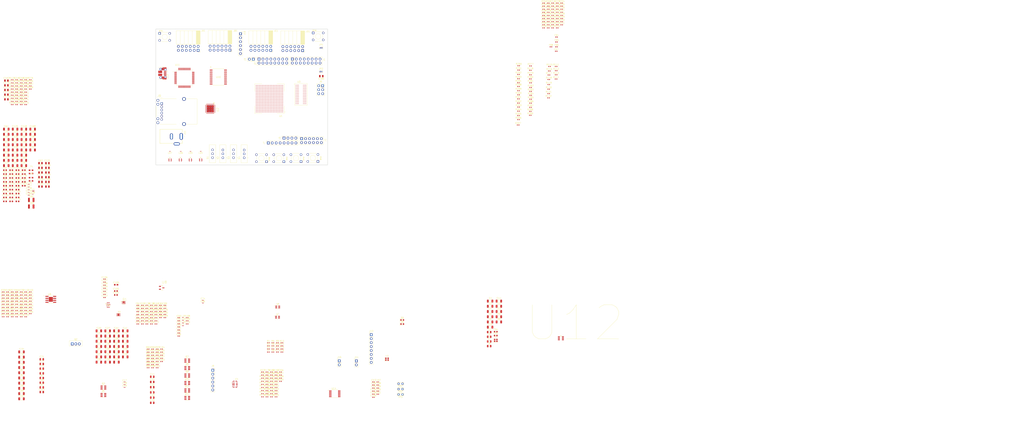
<source format=kicad_pcb>
(kicad_pcb (version 20241229) (generator "pcbnew") (generator_version "9.0")
  (layers (0 "F.Cu" signal) (2 "B.Cu" signal) (13 "F.Paste" user) (15 "B.Paste" user) (5 "F.SilkS" user "F.Silkscreen") (7 "B.SilkS" user "B.Silkscreen") (1 "F.Mask" user) (3 "B.Mask" user) (25 "Edge.Cuts" user))
  (net 0 "")
  (net 1 "Net-(BTN0-Pad3)")
  (net 2 "Net-(BTN1-Pad3)")
  (net 3 "Net-(BTN2-Pad3)")
  (net 4 "Net-(BTN3-Pad3)")
  (net 5 "PROG")
  (net 6 "Net-(BTN5-Pad3)")
  (net 7 "ETH3V3")
  (net 8 "Net-(U2-PFBIN1)")
  (net 9 "CK_AN0_P")
  (net 10 "CK_AN0_N")
  (net 11 "CK_AN1_P")
  (net 12 "CK_AN1_N")
  (net 13 "CK_AN2_P")
  (net 14 "CK_AN2_N")
  (net 15 "CK_AN3_P")
  (net 16 "CK_AN3_N")
  (net 17 "CK_AN4_P")
  (net 18 "CK_AN4_N")
  (net 19 "CK_AN5_P")
  (net 20 "CK_AN5_N")
  (net 21 "DDRVCC")
  (net 22 "DDRVTT")
  (net 23 "DDR3VREF")
  (net 24 "+5V")
  (net 25 "+1V0")
  (net 26 "+1V8")
  (net 27 "Net-(U4-VCC)")
  (net 28 "Net-(U14-VCC)")
  (net 29 "Net-(U14-3OE)")
  (net 30 "VU")
  (net 31 "AVCC3V3")
  (net 32 "Net-(U5-VCC)")
  (net 33 "Net-(C78-Pad2)")
  (net 34 "Net-(C78-Pad1)")
  (net 35 "XADCVREF")
  (net 36 "Net-(C80-Pad1)")
  (net 37 "REG5V0")
  (net 38 "SNS5V0_N")
  (net 39 "Net-(U9-VCNTL)")
  (net 40 "DRRVTT")
  (net 41 "VBUS")
  (net 42 "Net-(IC1-EN)")
  (net 43 "Net-(C94-Pad1)")
  (net 44 "ETH_REF_CLK")
  (net 45 "VSNS5V0_P")
  (net 46 "AVCC18V")
  (net 47 "XADC1V8")
  (net 48 "DDRVREF")
  (net 49 "V_N")
  (net 50 "V_P")
  (net 51 "AD1_P")
  (net 52 "AD1_N")
  (net 53 "AD9_N")
  (net 54 "AD9_P")
  (net 55 "AD2_P")
  (net 56 "AD2_N")
  (net 57 "AD10_N")
  (net 58 "AD10_P")
  (net 59 "AD12_P")
  (net 60 "AD12_N")
  (net 61 "AD13_P")
  (net 62 "AD13_N")
  (net 63 "AD14_N")
  (net 64 "AD14_P")
  (net 65 "Net-(U11-VPLL)")
  (net 66 "Net-(U11-VPHY)")
  (net 67 "Net-(U11-OSCI)")
  (net 68 "Net-(U11-OSCO)")
  (net 69 "Net-(J12-VBUS)")
  (net 70 "Net-(J12-GND)")
  (net 71 "Net-(IC1-ILIM)")
  (net 72 "Net-(IC1-~{FLAG})")
  (net 73 "CK_A5")
  (net 74 "CK_A7")
  (net 75 "CK_A8")
  (net 76 "CK_A9")
  (net 77 "CK_A11")
  (net 78 "CK_A4")
  (net 79 "CK_A6")
  (net 80 "CK_A10")
  (net 81 "CK_A3")
  (net 82 "CK_A0")
  (net 83 "CK_A1")
  (net 84 "CK_A2")
  (net 85 "/CHIPKIT IO/36")
  (net 86 "/CHIPKIT IO/41")
  (net 87 "/CHIPKIT IO/9")
  (net 88 "/CHIPKIT IO/13")
  (net 89 "/CHIPKIT IO/10")
  (net 90 "/CHIPKIT IO/35")
  (net 91 "/CHIPKIT IO/40")
  (net 92 "/CHIPKIT IO/12")
  (net 93 "/CHIPKIT IO/38")
  (net 94 "/CHIPKIT IO/37")
  (net 95 "/CHIPKIT IO/34")
  (net 96 "/CHIPKIT IO/8")
  (net 97 "/CHIPKIT IO/11")
  (net 98 "/CHIPKIT IO/39")
  (net 99 "CK_SCL")
  (net 100 "CK_SDA")
  (net 101 "/CHIPKIT IO/31")
  (net 102 "/CHIPKIT IO/1")
  (net 103 "/CHIPKIT IO/4")
  (net 104 "/CHIPKIT IO/7")
  (net 105 "/CHIPKIT IO/28")
  (net 106 "/CHIPKIT IO/26")
  (net 107 "/CHIPKIT IO/5")
  (net 108 "/CHIPKIT IO/32")
  (net 109 "/CHIPKIT IO/30")
  (net 110 "/CHIPKIT IO/29")
  (net 111 "/CHIPKIT IO/33")
  (net 112 "/CHIPKIT IO/0")
  (net 113 "/CHIPKIT IO/6")
  (net 114 "/CHIPKIT IO/27")
  (net 115 "/CHIPKIT IO/3")
  (net 116 "/CHIPKIT IO/2")
  (net 117 "XADC_V_P")
  (net 118 "XADC_V_N")
  (net 120 "CK_RST")
  (net 121 "/ETHER/SHIELD")
  (net 122 "/ETHER/LED_SPD")
  (net 123 "/ETHER/TXN")
  (net 124 "/ETHER/TXP")
  (net 125 "Net-(J8-Pad10)")
  (net 126 "/ETHER/RXN")
  (net 127 "/ETHER/RXP")
  (net 128 "Net-(J8-Pad8)")
  (net 129 "/ETHER/LED_LINK")
  (net 130 "PMIC_SCL")
  (net 131 "PMIC_SDA")
  (net 132 "Net-(J9-Pin_6)")
  (net 135 "Net-(J10-Pin_3)")
  (net 136 "Net-(J10-Pin_2)")
  (net 137 "Net-(J10-Pin_4)")
  (net 138 "Net-(J10-Pin_1)")
  (net 139 "USB_D+")
  (net 140 "USB_D-")
  (net 141 "TDO")
  (net 142 "RESET")
  (net 143 "TRST")
  (net 144 "TDI")
  (net 145 "TMS")
  (net 146 "TCK")
  (net 147 "Net-(JA1-Pin_1)")
  (net 148 "Net-(JA1-Pin_9)")
  (net 149 "Net-(JA1-Pin_7)")
  (net 150 "Net-(JA1-Pin_3)")
  (net 151 "Net-(JA1-Pin_10)")
  (net 152 "Net-(JA1-Pin_2)")
  (net 153 "Net-(JA1-Pin_8)")
  (net 154 "Net-(JA1-Pin_4)")
  (net 155 "Net-(JB1-Pin_8)")
  (net 156 "Net-(JB1-Pin_2)")
  (net 157 "Net-(JB1-Pin_4)")
  (net 158 "Net-(JB1-Pin_10)")
  (net 159 "Net-(JB1-Pin_9)")
  (net 160 "Net-(JB1-Pin_3)")
  (net 161 "Net-(JB1-Pin_1)")
  (net 162 "Net-(JB1-Pin_7)")
  (net 163 "Net-(JC1-Pin_4)")
  (net 164 "Net-(JC1-Pin_8)")
  (net 165 "Net-(JC1-Pin_1)")
  (net 166 "Net-(JC1-Pin_3)")
  (net 167 "Net-(JC1-Pin_10)")
  (net 168 "Net-(JC1-Pin_7)")
  (net 169 "Net-(JC1-Pin_2)")
  (net 170 "Net-(JC1-Pin_9)")
  (net 171 "Net-(JD1-Pin_7)")
  (net 172 "Net-(JD1-Pin_8)")
  (net 173 "Net-(JD1-Pin_10)")
  (net 174 "Net-(JD1-Pin_3)")
  (net 175 "Net-(JD1-Pin_1)")
  (net 176 "Net-(JD1-Pin_4)")
  (net 177 "Net-(JD1-Pin_9)")
  (net 178 "Net-(JD1-Pin_2)")
  (net 179 "MODE2")
  (net 180 "Net-(U4-SW1)")
  (net 181 "Net-(U4-SW2)")
  (net 182 "Net-(U4-SW3)")
  (net 183 "Net-(U4-SW4)")
  (net 184 "Net-(U5-SW)")
  (net 185 "Net-(LD4-A)")
  (net 186 "Net-(LD5-A)")
  (net 187 "Net-(LD6-A)")
  (net 188 "Net-(LD7-A)")
  (net 189 "Net-(LD8-A)")
  (net 190 "Net-(Q2-C)")
  (net 191 "Net-(Q2-B)")
  (net 192 "PGVREG5V0")
  (net 193 "Net-(Q7-Pad3)")
  (net 194 "Net-(Q7-Pad2)")
  (net 195 "Net-(Q8-Pad3)")
  (net 196 "Net-(Q8-Pad2)")
  (net 197 "Net-(Q9-Pad3)")
  (net 198 "Net-(Q9-Pad2)")
  (net 199 "Net-(Q10-Pad2)")
  (net 200 "Net-(Q10-Pad3)")
  (net 201 "Net-(Q11-Pad2)")
  (net 202 "Net-(Q11-Pad3)")
  (net 203 "Net-(Q12-Pad3)")
  (net 204 "Net-(Q12-Pad2)")
  (net 205 "ETH_MDIO")
  (net 206 "ETH_CRS")
  (net 207 "ETH_COL")
  (net 208 "ETH_RXERR")
  (net 209 "ETH_RXD1")
  (net 210 "ETH_RXD0")
  (net 211 "ETH_RSTN")
  (net 212 "Net-(U2-RBIAS)")
  (net 213 "Net-(U2-X2)")
  (net 214 "Net-(U2-X1)")
  (net 215 "Net-(R20-Pad1)")
  (net 216 "Net-(R21-Pad1)")
  (net 217 "VSNS5V0_N")
  (net 218 "BTN0")
  (net 219 "BTN1")
  (net 220 "BTN2")
  (net 221 "BTN3")
  (net 222 "XADCGND")
  (net 223 "Net-(R33-Pad1)")
  (net 224 "Net-(R34-Pad1)")
  (net 225 "Net-(D1-Pad6)")
  (net 226 "Net-(D1-Pad1)")
  (net 227 "Net-(R35-Pad1)")
  (net 228 "Net-(R36-Pad1)")
  (net 229 "Net-(D1-Pad4)")
  (net 230 "LED6")
  (net 231 "LED7")
  (net 232 "CK_MISO")
  (net 233 "CK_SCK")
  (net 234 "CK_SS")
  (net 235 "CK_IO8")
  (net 236 "CK_IO9")
  (net 237 "CK_IO10")
  (net 238 "CK_IO11")
  (net 239 "CK_IO12")
  (net 240 "CK_IO13")
  (net 241 "CK_IOA")
  (net 242 "CK_IO34")
  (net 243 "CK_IO35")
  (net 244 "CK_IO36")
  (net 245 "CK_IO37")
  (net 246 "CK_IO38")
  (net 247 "CK_IO39")
  (net 248 "CK_IO40")
  (net 249 "CK_IO41")
  (net 250 "Net-(R59-Pad2)")
  (net 251 "Net-(R61-Pad2)")
  (net 252 "Net-(R63-Pad2)")
  (net 253 "Net-(R65-Pad2)")
  (net 254 "Net-(R67-Pad2)")
  (net 255 "Net-(R69-Pad2)")
  (net 256 "DDR3_WE")
  (net 257 "DDR3_CAS")
  (net 258 "DDR3_RAS")
  (net 259 "DDR3_CS")
  (net 260 "DDR3_CKE0")
  (net 261 "DDR3_BA2")
  (net 262 "DDR3_BA1")
  (net 263 "DDR3_BA0")
  (net 264 "DDR3_A13")
  (net 265 "DDR3_A12")
  (net 266 "DDR3_A11")
  (net 267 "DDR3_A10")
  (net 268 "DDR3_A9")
  (net 269 "DDR3_A8")
  (net 270 "DDR3_RESET")
  (net 271 "DDR3_A7")
  (net 272 "DDR3_A6")
  (net 273 "DDR3_A5")
  (net 274 "DDR3_A4")
  (net 275 "DDR3_A3")
  (net 276 "DDR3_A2")
  (net 277 "DDR3_A1")
  (net 278 "DDR3_A0")
  (net 279 "Net-(U3-ZQ)")
  (net 280 "DDR3_ODT")
  (net 281 "UART_CTS")
  (net 282 "Net-(U14-1A)")
  (net 283 "UART_RX")
  (net 284 "Net-(U14-2A)")
  (net 285 "Net-(U14-3A)")
  (net 286 "UART_TX")
  (net 287 "UART_RTS")
  (net 288 "Net-(U14-4A)")
  (net 289 "Net-(U14-1Y)")
  (net 290 "Net-(U14-2Y)")
  (net 291 "Net-(U14-3Y)")
  (net 292 "Net-(U14-4Y)")
  (net 293 "+3.3V")
  (net 294 "Net-(U14-1OE)")
  (net 295 "Net-(U5-EN)")
  (net 296 "Net-(U5-MODE)")
  (net 297 "Net-(U5-BST)")
  (net 298 "Net-(U5-FB)")
  (net 299 "CK_IO0")
  (net 300 "CK_IO2")
  (net 301 "CK_IO3")
  (net 302 "CK_IO4")
  (net 303 "CK_IO5")
  (net 304 "CK_IO6")
  (net 305 "CK_IO7")
  (net 306 "CK_IO26")
  (net 307 "CK_IO27")
  (net 308 "CK_IO28")
  (net 309 "CK_IO29")
  (net 310 "CK_IO30")
  (net 311 "CK_IO31")
  (net 312 "CK_IO32")
  (net 313 "CK_IO33")
  (net 314 "SDA_PUP")
  (net 315 "SCL_PUP")
  (net 316 "DDR3_CLK0_P")
  (net 317 "DDR3_CLK0_N")
  (net 318 "LED5")
  (net 319 "LED4")
  (net 320 "LED0_B")
  (net 321 "LED0_R")
  (net 322 "LED0_G")
  (net 323 "LED1_B")
  (net 324 "LED1_R")
  (net 325 "LED1_G")
  (net 326 "LED2_B")
  (net 327 "LED2_R")
  (net 328 "LED2_G")
  (net 329 "LED3_B")
  (net 330 "LED3_R")
  (net 331 "LED3_G")
  (net 332 "JA7")
  (net 333 "JA8")
  (net 334 "JA9")
  (net 335 "JA10")
  (net 336 "JA1")
  (net 337 "JA2")
  (net 338 "JA3")
  (net 339 "JA4")
  (net 340 "JB2_P")
  (net 341 "JB2_N")
  (net 342 "JB1_P")
  (net 343 "JB1_N")
  (net 344 "JB3_P")
  (net 345 "JB3_N")
  (net 346 "JB4_P")
  (net 347 "JB4_N")
  (net 348 "JC2_P")
  (net 349 "JC2_N")
  (net 350 "JC1_P")
  (net 351 "JC1_N")
  (net 352 "JC3_P")
  (net 353 "JC3_N")
  (net 354 "JC4_P")
  (net 355 "JC4_N")
  (net 356 "JD3")
  (net 357 "JD4")
  (net 358 "JD1")
  (net 359 "JD2")
  (net 360 "JD7")
  (net 361 "JD8")
  (net 362 "JD9")
  (net 363 "JD10")
  (net 364 "QSPI_SCK")
  (net 365 "DONE")
  (net 366 "INIT")
  (net 367 "QSPI_DQ3")
  (net 368 "QSPI_DQ2")
  (net 369 "MODE0")
  (net 370 "TDI_FPGA")
  (net 371 "PUDC_B")
  (net 372 "Net-(U1D-IO_L3N_T0_DQS_EMCCLK_14)")
  (net 373 "Net-(U10-*WP{slash}IO2)")
  (net 374 "Net-(U10-*HOLD{slash}IO3)")
  (net 375 "QSPI_DQ1")
  (net 376 "Net-(U10-SO{slash}IO1)")
  (net 377 "SNS5V0_P")
  (net 378 "VSNSVU_P")
  (net 379 "VSNSVU_N")
  (net 380 "Net-(D1-Pad5)")
  (net 381 "Net-(D1-Pad2)")
  (net 382 "Net-(U12-DO)")
  (net 383 "Net-(U11-EECS)")
  (net 384 "Net-(U11-EECLK)")
  (net 385 "Net-(U11-EEDATA)")
  (net 386 "Net-(U11-REF)")
  (net 387 "Net-(U11-~{RESET})")
  (net 388 "Net-(U11-DP)")
  (net 389 "Net-(U11-DM)")
  (net 390 "Net-(U11-ADBUS0)")
  (net 391 "Net-(U11-ADBUS1)")
  (net 392 "Net-(U11-ADBUS2)")
  (net 393 "Net-(U11-ADBUS5)")
  (net 394 "UART_TXD_IN")
  (net 395 "Net-(U11-BDBUS1)")
  (net 396 "UART_RXD_OUT")
  (net 397 "Net-(U11-BDBUS0)")
  (net 398 "PWRSAV")
  (net 399 "Net-(U11-ADBUS3)")
  (net 400 "CK_IO1")
  (net 401 "TDO_FPGA")
  (net 402 "Net-(R298-Pad2)")
  (net 403 "Net-(R303-Pad1)")
  (net 404 "MODE1")
  (net 405 "Net-(U11-~{SUSPEND})")
  (net 406 "Net-(U11-~{PWREN})")
  (net 407 "DDR3_DQ12")
  (net 408 "ETH_TX_EN")
  (net 411 "DDR3_DQ10")
  (net 412 "DDR3_DQ4")
  (net 413 "ETH_RXD2")
  (net 414 "DDR3_DQ13")
  (net 415 "GCLK100")
  (net 416 "DDR3_DQ11")
  (net 417 "DDR3_DQ6")
  (net 418 "K17")
  (net 419 "DDR3_DQ9")
  (net 420 "DDR3_DQ7")
  (net 421 "DDR3_DQ5")
  (net 422 "DDR3_DQS1_P")
  (net 424 "DDR3_DQ0")
  (net 425 "DDR3_DQ14")
  (net 426 "DDR3_DM0")
  (net 428 "DDR3_DQS1_N")
  (net 429 "ETH_MDC")
  (net 430 "ETH_RX_DV")
  (net 431 "DDR3_DQS0_P")
  (net 432 "DDR3_DQS0_N")
  (net 433 "ETH_RXD3")
  (net 434 "ETH_TX_CLK")
  (net 435 "ETH_RX_CLK")
  (net 436 "DDR3_DM1")
  (net 437 "DDR3_DQ15")
  (net 438 "DDR3_DQ3")
  (net 439 "QSPI_CS")
  (net 441 "DDR3_DQ8")
  (net 442 "ETH_TXD2")
  (net 443 "ETH_TXD1")
  (net 444 "DDR3_DQ1")
  (net 445 "DDR3_DQ2")
  (net 446 "ETH_TXD0")
  (net 447 "ETH_TXD3")
  (net 456 "VCC")
  (net 474 "Net-(D1-Pad3)")
  (net 475 "Net-(D2-Pad5)")
  (net 476 "Net-(D2-Pad1)")
  (net 477 "Net-(D2-Pad6)")
  (net 478 "Net-(D2-Pad3)")
  (net 479 "Net-(D2-Pad2)")
  (net 480 "Net-(D2-Pad4)")
  (net 481 "Net-(D3-Pad6)")
  (net 482 "Net-(D3-Pad4)")
  (net 483 "Net-(D3-Pad3)")
  (net 484 "Net-(D3-Pad1)")
  (net 485 "Net-(D3-Pad5)")
  (net 486 "Net-(D3-Pad2)")
  (net 487 "Net-(D4-Pad6)")
  (net 488 "Net-(D4-Pad3)")
  (net 489 "Net-(D4-Pad2)")
  (net 490 "Net-(D4-Pad5)")
  (net 491 "Net-(D4-Pad4)")
  (net 492 "Net-(D4-Pad1)")
  (net 493 "S1")
  (net 494 "S2")
  (net 495 "S3")
  (net 496 "S4")
  (net 497 "Net-(U10-SI{slash}IO0)")
  (net 506 "+3V3")
  (net 507 "GND")
  (net 508 "SNS5V0")
  (net 509 "Net-(Q3-Pad2)")
  (net 510 "Net-(Q3-Pad1)")
  (net 511 "Net-(Q3-Pad4)")
  (net 512 "Net-(Q4-Pad5)")
  (net 513 "Net-(Q4-Pad6)")
  (net 514 "/CHIPKIT IO/SS")
  (net 515 "/CHIPKIT IO/SCK")
  (net 516 "/CHIPKIT IO/MOSI")
  (net 517 "/CHIPKIT IO/MISO")
  (net 519 "/CHIPKIT IO/G")
  (net 520 "/CHIPKIT IO/A")
  (footprint "Capacitor_SMD:C_0805_2012Metric" (layer "F.Cu") (at 117.51 270.39)
    (property "Reference" "C16")
    (property "Value" "1nF")
    (property "VALUE" "" (hide yes))
  )
  (footprint "Resistor_SMD:R_0402_1005Metric" (layer "F.Cu") (at 114.08 227.75)
    (property "Reference" "R136")
    (property "Value" "5.6K 1%")
    (property "VALUE" "" (hide yes))
  )
  (footprint "Connector_PinHeader_1.00mm:PinHeader_1x02_P1.00mm_Vertical" (layer "F.Cu") (at 225.6 67.46 90)
    (property "Reference" "JP2")
    (property "Value" "Conn_01x02")
    (property "VALUE" "" (hide yes))
  )
  (footprint "Capacitor_SMD:C_1206_3216Metric" (layer "F.Cu") (at 33.455 257.76)
    (property "Reference" "C79")
    (property "Value" "10uF")
    (property "VALUE" "" (hide yes))
  )
  (footprint "Resistor_SMD:R_0402_1005Metric" (layer "F.Cu") (at 123.57 245.94)
    (property "Reference" "R104")
    (property "Value" "40.2 1%")
    (property "VALUE" "" (hide yes))
  )
  (footprint "Resistor_SMD:R_0402_1005Metric" (layer "F.Cu") (at 27.46 209.18)
    (property "Reference" "R57")
    (property "Value" "200E")
    (property "VALUE" "" (hide yes))
  )
  (footprint "Resistor_SMD:R_0402_1005Metric" (layer "F.Cu") (at 188.39 274.61)
    (property "Reference" "R177")
    (property "Value" "75E")
    (property "VALUE" "" (hide yes))
  )
  (footprint "REF3012AIDBZR:SOT95P237X112-3N" (layer "F.Cu") (at 123.59 206.5)
    (property "Reference" "U8")
    (property "Value" "REF3012AIDBZR")
    (property "VALUE" "" (hide yes))
  )
  (footprint "Capacitor_SMD:C_0402_1005Metric" (layer "F.Cu") (at 86.85 208.81)
    (property "Reference" "C110")
    (property "Value" "100nF")
    (property "VALUE" "" (hide yes))
  )
  (footprint "Resistor_SMD:R_0402_1005Metric" (layer "F.Cu") (at 111.17 217.8)
    (property "Reference" "R20")
    (property "Value" "4.99K 1%")
    (property "VALUE" "" (hide yes))
  )
  (footprint "Resistor_SMD:R_0402_1005Metric" (layer "F.Cu") (at 39.09 76.75)
    (property "Reference" "R297")
    (property "Value" "140K")
    (property "VALUE" "" (hide yes))
  )
  (footprint "Resistor_SMD:R_0402_1005Metric" (layer "F.Cu") (at 114.08 229.74)
    (property "Reference" "R137")
    (property "Value" "0")
    (property "VALUE" "" (hide yes))
  )
  (footprint "Connector_PinSocket_2.54mm:PinSocket_1x04_P2.54mm_Vertical" (layer "F.Cu") (at 202.25 110.235 90)
    (property "Reference" "J5")
    (property "Value" "Conn_01x04")
    (property "VALUE" "" (hide yes))
  )
  (footprint "Resistor_SMD:R_0402_1005Metric" (layer "F.Cu") (at 372.48 75.83)
    (property "Reference" "R119")
    (property "Value" "0")
  )
  (footprint "Resistor_SMD:R_0402_1005Metric" (layer "F.Cu") (at 108.26 225.76)
    (property "Reference" "R17")
    (property "Value" "15K  1%")
    (property "VALUE" "" (hide yes))
  )
  (footprint "CSD25310Q2:TRANS_CSD25310Q2" (layer "F.Cu") (at 99.1925 216.01)
    (property "Reference" "Q1")
    (property "Value" "CSD25310Q2")
    (property "VALUE" "" (hide yes))
  )
  (footprint "Resistor_SMD:R_0402_1005Metric" (layer "F.Cu") (at 114.08 219.79)
    (property "Reference" "R129")
    (property "Value" "3.3 1%")
    (property "VALUE" "" (hide yes))
  )
  (footprint "Resistor_SMD:R_0402_1005Metric" (layer "F.Cu") (at 372.6 69.66)
    (property "Reference" "R117")
    (property "Value" "0")
  )
  (footprint "Capacitor_SMD:C_1206_3216Metric" (layer "F.Cu") (at 94.505 250.93)
    (property "Reference" "C39")
    (property "Value" "47nF")
    (property "VALUE" "" (hide yes))
  )
  (footprint "Resistor_SMD:R_0402_1005Metric" (layer "F.Cu") (at 194.21 274.61)
    (property "Reference" "R195")
    (property "Value" "2.2K")
    (property "VALUE" "" (hide yes))
  )
  (footprint "Resistor_SMD:R_0402_1005Metric" (layer "F.Cu") (at 377.91 39.38)
    (property "Reference" "R233")
    (property "Value" "0")
    (property "VALUE" "" (hide yes))
  )
  (footprint "Capacitor_SMD:C_0805_2012Metric" (layer "F.Cu") (at 334.16 237.98)
    (property "Reference" "C6")
    (property "Value" "10uF")
    (property "VALUE" "" (hide yes))
  )
  (footprint "Resistor_SMD:R_0402_1005Metric" (layer "F.Cu") (at 197.12 268.64)
    (property "Reference" "R201")
    (property "Value" "86.6E")
    (property "VALUE" "" (hide yes))
  )
  (footprint "Resistor_SMD:R_0402_1005Metric" (layer "F.Cu") (at 116.99 229.74)
    (property "Reference" "R164")
    (property "Value" "200K")
    (property "VALUE" "" (hide yes))
  )
  (footprint "Resistor_SMD:R_0402_1005Metric" (layer "F.Cu") (at 377.91 25.45)
    (property "Reference" "R226")
    (property "Value" "0")
    (property "VALUE" "" (hide yes))
  )
  (footprint "Resistor_SMD:R_0402_1005Metric" (layer "F.Cu") (at 360.57 95.58)
    (property "Reference" "R289")
    (property "Value" "2.2k")
  )
  (footprint "Capacitor_SMD:C_0603_1608Metric" (layer "F.Cu") (at 34.885 133.36)
    (property "Reference" "C177")
    (property "Value" "470nF")
  )
  (footprint "Capacitor_SMD:C_1206_3216Metric" (layer "F.Cu") (at 100.155 240.88)
    (property "Reference" "C43")
    (property "Value" "100nF")
    (property "VALUE" "" (hide yes))
  )
  (footprint "Resistor_SMD:R_0402_1005Metric" (layer "F.Cu") (at 114.08 221.78)
    (property "Reference" "R131")
    (property "Value" "6.34K")
    (property "VALUE" "" (hide yes))
  )
  (footprint "Resistor_SMD:R_0402_1005Metric" (layer "F.Cu") (at 123.57 251.91)
    (property "Reference" "R107")
    (property "Value" "40.2 1%")
    (property "VALUE" "" (hide yes))
  )
  (footprint "08B0-1X1T-36-F:BEL_08B0-1X1T-36-F" (layer "F.Cu") (at 134.794 93.15 -90)
    (property "Reference" "J8")
    (property "Value" "08B0-1X1T-36-F")
  )
  (footprint "Resistor_SMD:R_0402_1005Metric" (layer "F.Cu") (at 377.91 33.41)
    (property "Reference" "R230")
    (property "Value" "0")
    (property "VALUE" "" (hide yes))
  )
  (footprint "Capacitor_SMD:C_0603_1608Metric" (layer "F.Cu") (at 26.865 135.87)
    (property "Reference" "C133")
    (property "Value" "470nF")
  )
  (footprint "19-337_R6GHBHC-A01_2T:LED_19-337_R6GHBHC-A01_2T" (layer "F.Cu") (at 128.995 124.315)
    (property "Reference" "D1")
    (property "Value" "19-337_R6GHBHC-A01_2T")
  )
  (footprint "Resistor_SMD:R_0402_1005Metric" (layer "F.Cu") (at 352.97 85.02)
    (property "Reference" "R301")
    (property "Value" "4.7K")
  )
  (footprint "Resistor_SMD:R_0402_1005Metric" (layer "F.Cu") (at 33.28 225.1)
    (property "Reference" "R139")
    (property "Value" "200E")
    (property "VALUE" "" (hide yes))
  )
  (footprint "Connector_PinSocket_2.54mm:PinSocket_2x06_P2.54mm_Vertical" (layer "F.Cu") (at 213.575 110.61 90)
    (property "Reference" "J1")
    (property "Value" "Conn_02x06_Odd_Even")
  )
  (footprint "Resistor_SMD:R_0402_1005Metric" (layer "F.Cu") (at 33.27 88.69)
    (property "Reference" "R266")
    (property "Value" "100 1%")
    (property "VALUE" "" (hide yes))
  )
  (footprint "Capacitor_SMD:C_1206_3216Metric" (layer "F.Cu") (at 34.975 111.17)
    (property "Reference" "C154")
    (property "Value" "47nF")
  )
  (footprint "Capacitor_SMD:C_0805_2012Metric" (layer "F.Cu") (at 334.16 240.99)
    (property "Reference" "C7")
    (property "Value" "10uF")
    (property "VALUE" "" (hide yes))
  )
  (footprint "Resistor_SMD:R_0402_1005Metric" (layer "F.Cu") (at 120.66 257.88)
    (property "Reference" "R103")
    (property "Value" "40.2 1%")
    (property "VALUE" "" (hide yes))
  )
  (footprint "Capacitor_SMD:C_0603_1608Metric" (layer "F.Cu") (at 22.855 143.4)
    (property "Reference" "C69")
    (property "Value" "470nF")
  )
  (footprint "Capacitor_SMD:C_0402_1005Metric" (layer "F.Cu") (at 122.79 219.76)
    (property "Reference" "C83")
    (property "Value" "47uF")
    (property "VALUE" "" (hide yes))
  )
  (footprint "Resistor_SMD:R_0402_1005Metric" (layer "F.Cu") (at 120.66 253.9)
    (property "Reference" "R101")
    (property "Value" "40.2 1%")
    (property "VALUE" "" (hide yes))
  )
  (footprint "Capacitor_SMD:C_1206_3216Metric" (layer "F.Cu") (at 29.325 127.92)
    (property "Reference" "C147")
    (property "Value" "47nF")
  )
  (footprint "Resistor_SMD:R_0402_1005Metric" (layer "F.Cu") (at 30.36 84.71)
    (property "Reference" "R255")
    (property "Value" "1K")
    (property "VALUE" "" (hide yes))
  )
  (footprint "Resistor_SMD:R_0402_1005Metric" (layer "F.Cu") (at 369.18 23.46)
    (property "Reference" "R25")
    (property "Value" "10K")
    (property "VALUE" "" (hide yes))
  )
  (footprint "Capacitor_SMD:C_1206_3216Metric" (layer "F.Cu") (at 100.155 234.18)
    (property "Reference" "C41")
    (property "Value" "47nF")
    (property "VALUE" "" (hide yes))
  )
  (footprint "Capacitor_SMD:C_0201_0603Metric" (layer "F.Cu") (at 99.75 270.52)
    (property "Reference" "C49")
    (property "Value" "10nF")
    (property "VALUE" "" (hide yes))
  )
  (footprint "Resistor_SMD:R_0402_1005Metric" (layer "F.Cu") (at 39.1 221.12)
    (property "Reference" "R156")
    (property "Value" "2.2K")
    (property "VALUE" "" (hide yes))
  )
  (footprint "Resistor_SMD:R_0402_1005Metric" (layer "F.Cu") (at 36.18 74.76)
    (property "Reference" "R268")
    (property "Value" "100 1%")
    (property "VALUE" "" (hide yes))
  )
  (footprint "Capacitor_SMD:C_0805_2012Metric" (layer "F.Cu") (at 50.125 132.37)
    (property "Reference" "C140")
    (property "Value" "4.7uF")
  )
  (footprint "Capacitor_SMD:C_0805_2012Metric" (layer "F.Cu") (at 50.125 138.39)
    (property "Reference" "C150")
    (property "Value" "4.7uF")
  )
  (footprint "Resistor_SMD:R_0402_1005Metric" (layer "F.Cu") (at 24.55 211.17)
    (property "Reference" "R49")
    (property "Value" "200E")
    (property "VALUE" "" (hide yes))
  )
  (footprint "Resistor_SMD:R_0402_1005Metric" (layer "F.Cu") (at 352.99 72.06)
    (property "Reference" "R293")
    (property "Value" "2.2k")
  )
  (footprint "Resistor_SMD:R_0402_1005Metric" (layer "F.Cu") (at 30.36 76.75)
    (property "Reference" "R251")
    (property "Value" "1K")
    (property "VALUE" "" (hide yes))
  )
  (footprint "Resistor_SMD:R_0402_1005Metric" (layer "F.Cu") (at 30.36 88.69)
    (property "Reference" "R257")
    (property "Value" "49.9E")
    (property "VALUE" "" (hide yes))
  )
  (footprint "Capacitor_SMD:C_0402_1005Metric" (layer "F.Cu") (at 262.59 272.97)
    (property "Reference" "C200")
    (property "Value" "100nF")
  )
  (footprint "Capacitor_SMD:C_0805_2012Metric" (layer "F.Cu") (at 23.77 79.3)
    (property "Reference" "C171")
    (property "Value" "4.7uF")
  )
  (footprint "Resistor_SMD:R_0402_1005Metric" (layer "F.Cu") (at 372.45 78.8)
    (property "Reference" "R120")
    (property "Value" "0")
  )
  (footprint "Resistor_SMD:R_0402_1005Metric" (layer "F.Cu") (at 33.27 86.7)
    (property "Reference" "R265")
    (property "Value" "100 1%")
    (property "VALUE" "" (hide yes))
  )
  (footprint "Capacitor_SMD:C_1206_3216Metric" (layer "F.Cu") (at 33.455 251.06)
    (property "Reference" "C76")
    (property "Value" "100nF")
    (property "VALUE" "" (hide yes))
  )
  (footprint "Capacitor_SMD:C_1206_3216Metric" (layer "F.Cu") (at 94.505 237.53)
    (property "Reference" "C35")
    (property "Value" "47nF")
    (property "VALUE" "" (hide yes))
  )
  (footprint "Resistor_SMD:R_0402_1005Metric" (layer "F.Cu") (at 372.09 31.42)
    (property "Reference" "R211")
    (property "Value" "200E")
    (property "VALUE" "" (hide yes))
  )
  (footprint "DMMT5401-7-F:SOT95P285X140-6N" (layer "F.Cu") (at 140.025 262.9165)
    (property "Reference" "Q9")
    (property "Value" "DMMT5401-7-F")
  )
  (footprint "Resistor_SMD:R_0402_1005Metric" (layer "F.Cu") (at 197.12 272.62)
    (property "Reference" "R203")
    (property "Value" "75E")
    (property "VALUE" "" (hide yes))
  )
  (footprint "Resistor_SMD:R_0402_1005Metric" (layer "F.Cu") (at 111.17 223.77)
    (property "Reference" "R23")
    (property "Value" "1K 1%")
    (property "VALUE" "" (hide yes))
  )
  (footprint "Resistor_SMD:R_0402_1005Metric" (layer "F.Cu") (at 377.91 31.42)
    (property "Reference" "R229")
    (property "Value" "0")
    (property "VALUE" "" (hide yes))
  )
  (footprint "Diode_SMD:D_0603_1608Metric" (layer "F.Cu") (at 278.27 227.2)
    (property "Reference" "D5")
    (property "Value" "D_TVS")
  )
  (footprint "Inductor_SMD:L_0201_0603Metric" (layer "F.Cu") (at 137.275 225.62)
    (property "Reference" "L1")
    (property "Value" "L")
  )
  (footprint "Capacitor_SMD:C_0805_2012Metric" (layer "F.Cu") (at 117.51 273.74)
    (property "Reference" "C17")
    (property "Value" "1nF")
    (property "VALUE" "" (hide yes))
  )
  (footprint "Capacitor_SMD:C_0603_1608Metric" (layer "F.Cu") (at 26.865 133.36)
    (property "Reference" "C132")
    (property "Value" "470nF")
  )
  (footprint "Resistor_SMD:R_0402_1005Metric" (layer "F.Cu") (at 375 23.46)
    (property "Reference" "R216")
    (property "Value" "200E")
    (property "VALUE" "" (hide yes))
  )
  (footprint "Connector_PinSocket_2.54mm:PinSocket_2x06_P2.54mm_Horizontal" (layer "F.Cu") (at 214.23 53.96 -90)
    (property "Reference" "JD1")
    (property "Value" "Conn_02x06_Top_Bottom")
    (property "VALUE" "" (hide yes))
  )
  (footprint "Capacitor_SMD:C_0603_1608Metric" (layer "F.Cu") (at 26.865 140.89)
    (property "Reference" "C135")
    (property "Value" "470nF")
  )
  (footprint "Capacitor_SMD:C_0805_2012Metric" (layer "F.Cu") (at 117.51 280.44)
    (property "Reference" "C19")
    (property "Value" "1nF")
    (property "VALUE" "" (hide yes))
  )
  (footprint "BTN-PUSH:SW_1825910-6-4" (layer "F.Cu") (at 125.53 45.16)
    (property "Reference" "BTN4")
    (property "Value" "1825910-6")
    (property "VALUE" "" (hide yes))
  )
  (footprint "Resistor_SMD:R_0402_1005Metric" (layer "F.Cu") (at 116.99 223.77)
    (property "Reference" "R160")
    (property "Value" "20K")
    (property "VALUE" "" (hide yes))
  )
  (footprint "SN74LVC126APW:SOP65P640X120-14N" (layer "F.Cu") (at 234.885 274.62)
    (property "Reference" "U14")
    (property "Value" "SN74LVC126APW")
  )
  (footprint "Connector_PinSocket_2.54mm:PinSocket_2x01_P2.54mm_Vertical" (layer "F.Cu") (at 182.505 59.5)
    (property "Reference" "J3")
    (property "Value" "Conn_01x02")
    (property "VALUE" "" (hide yes))
  )
  (footprint "Resistor_SMD:R_0402_1005Metric" (layer "F.Cu") (at 380.82 23.46)
    (property "Reference" "R234")
    (property "Value" "200E")
    (property "VALUE" "" (hide yes))
  )
  (footprint "Resistor_SMD:R_0402_1005Metric" (layer "F.Cu") (at 360.81 80.21)
    (property "Reference" "R283")
    (property "Value" "2.2k")
  )
  (footprint "Capacitor_SMD:C_0805_2012Metric" (layer "F.Cu") (at 23.77 73.28)
    (property "Reference" "C162")
    (property "Value" "4.7uF")
  )
  (footprint "Resistor_SMD:R_0402_1005Metric" (layer "F.Cu") (at 116.99 221.78)
    (property "Reference" "R158")
    (property "Value" "100K")
    (property "VALUE" "" (hide yes))
  )
  (footprint "Resistor_SMD:R_0402_1005Metric" (layer "F.Cu") (at 375 31.42)
    (property "Reference" "R220")
    (property "Value" "0")
    (property "VALUE" "" (hide yes))
  )
  (footprint "Resistor_SMD:R_0402_1005Metric" (layer "F.Cu") (at 111.17 225.76)
    (property "Reference" "R24")
    (property "Value" "1K 1%")
    (property "VALUE" "" (hide yes))
  )
  (footprint "Capacitor_SMD:C_0402_1005Metric" (layer "F.Cu") (at 86.85 210.78)
    (property "Reference" "C111")
    (property "Value" "100nF")
    (property "VALUE" "" (hide yes))
  )
  (footprint "Resistor_SMD:R_0402_1005Metric" (layer "F.Cu") (at 114.08 225.76)
    (property "Reference" "R135")
    (property "Value" "41.2K 1%")
    (property "VALUE" "" (hide yes))
  )
  (footprint "Capacitor_SMD:C_0603_1608Metric" (layer "F.Cu") (at 22.855 138.38)
    (property "Reference" "C67")
    (property "Value" "470nF")
  )
  (footprint "Resistor_SMD:R_0402_1005Metric" (layer "F.Cu") (at 380.82 31.42)
    (property "Reference" "R238")
    (property "Value" "200E")
    (property "VALUE" "" (hide yes))
  )
  (footprint "Resistor_SMD:R_0402_1005Metric" (layer "F.Cu") (at 372.09 27.44)
    (property "Reference" "R36")
    (property "Value" "10K")
    (property "VALUE" "" (hide yes))
  )
  (footprint "BTN-PUSH:SW_1825910-6-4" (layer "F.Cu") (at 198.93 123.17 180)
    (property "Reference" "BTN1")
    (property "Value" "1825910-6")
    (property "VALUE" "" (hide yes))
  )
  (footprint "Resistor_SMD:R_0402_1005Metric" (layer "F.Cu") (at 27.45 82.72)
    (property "Reference" "R245")
    (property "Value" "4.7K")
    (property "VALUE" "" (hide yes))
  )
  (footprint "Resistor_SMD:R_0402_1005Metric" (layer "F.Cu") (at 36.18 78.74)
    (property "Reference" "R270")
    (property "Value" "10k")
    (property "VALUE" "" (hide yes))
  )
  (footprint "Resistor_SMD:R_0402_1005Metric" (layer "F.Cu") (at 380.82 35.4)
    (property "Reference" "R240")
    (property "Value" "200E")
    (property "VALUE" "" (hide yes))
  )
  (footprint "Resistor_SMD:R_0402_1005Metric" (layer "F.Cu") (at 197.12 262.67)
    (property "Reference" "R198")
    (property "Value" "2.2K")
    (property "VALUE" "" (hide yes))
  )
  (footprint "Capacitor_SMD:C_1206_3216Metric" (layer "F.Cu") (at 40.625 117.87)
    (property "Reference" "C204")
    (property "Value" "100nF")
    (property "VALUE" "" (hide yes))
  )
  (footprint "Capacitor_SMD:C_1206_3216Metric" (layer "F.Cu") (at 23.675 124.57)
    (property "Reference" "C123")
    (property "Value" "47nF")
  )
  (footprint "Resistor_SMD:R_0402_1005Metric" (layer "F.Cu") (at 369.18 25.45)
    (property "Reference" "R26")
    (property "Value" "10K")
    (property "VALUE" "" (hide yes))
  )
  (footprint "Capacitor_SMD:C_0805_2012Metric" (layer "F.Cu") (at 45.675 126.35)
    (property "Reference" "C62")
    (property "Value" "4.7uF")
  )
  (footprint "Connector_PinHeader_2.54mm:PinHeader_1x02_P2.54mm_Vertical" (layer "F.Cu") (at 248.77 253.525)
    (property "Reference" "J14")
    (property "Value" "Conn_01x02")
  )
  (footprint "Resistor_SMD:R_0402_1005Metric" (layer "F.Cu") (at 33.28 217.14)
    (property "Reference" "R79")
    (property "Value" "2.32K")
    (property "VALUE" "" (hide yes))
  )
  (footprint "Resistor_SMD:R_0402_1005Metric" (layer "F.Cu") (at 360.79 87.77)
    (property "Reference" "R286")
    (property "Value" "2.2k")
  )
  (footprint "Capacitor_SMD:C_1206_3216Metric" (layer "F.Cu") (at 34.975 114.52)
    (property "Reference" "C156")
    (property "Value" "47nF")
  )
  (footprint "Resistor_SMD:R_0402_1005Metric" (layer "F.Cu") (at 30.37 219.13)
    (property "Reference" "R71")
    (property "Value" "2.32K")
    (property "VALUE" "" (hide yes))
  )
  (footprint "Capacitor_SMD:C_0603_1608Metric" (layer "F.Cu") (at 30.875 130.85)
    (property "Reference" "C151")
    (property "Value" "470nF")
  )
  (footprint "Capacitor_SMD:C_1206_3216Metric" (layer "F.Cu") (at 29.325 121.22)
    (property "Reference" "C145")
    (property "Value" "47nF")
  )
  (footprint "Capacitor_SMD:C_1206_3216Metric" (layer "F.Cu") (at 340.41 225.09)
    (property "Reference" "C92")
    (property "Value" "100nF")
    (property "VALUE" "" (hide yes))
  )
  (footprint "Resistor_SMD:R_0402_1005Metric" (layer "F.Cu") (at 198 245.84)
    (property "Reference" "R11")
    (property "Value" "49.9")
    (property "VALUE" "" (hide yes))
  )
  (footprint "Capacitor_SMD:C_1206_3216Metric" (layer "F.Cu") (at 334.76 231.79)
    (property "Reference" "C10")
    (property "Value" "100uF")
    (property "VALUE" "" (hide yes))
  )
  (footprint "Capacitor_SMD:C_1206_3216Metric" (layer "F.Cu") (at 334.76 228.44)
    (property "Reference" "C9")
    (property "Value" "100uF")
    (property "VALUE" "" (hide yes))
  )
  (footprint "Capacitor_SMD:C_0805_2012Metric" (layer "F.Cu") (at 46.51 264.51)
    (property "Reference" "C87")
    (property "Value" "1uF")
    (property "VALUE" "" (hide yes))
  )
  (footprint "Connector_PinSocket_2.54mm:PinSocket_1x06_P2.54mm_Vertical" (layer "F.Cu") (at 174.26 43.18)
    (property "Reference" "J10")
    (property "Value" "Conn_01x06")
    (property "VALUE" "" (hide yes))
  )
  (footprint "Capacitor_SMD:C_1206_3216Metric" (layer "F.Cu") (at 83.205 254.28)
    (property "Reference" "C26")
    (property "Value" "47nF")
    (property "VALUE" "" (hide yes))
  )
  (footprint "Resistor_SMD:R_0402_1005Metric" (layer "F.Cu") (at 36.19 217.14)
    (property "Reference" "R145")
    (property "Value" "200E")
    (property "VALUE" "" (hide yes))
  )
  (footprint "Inductor_SMD:L_0402_1005Metric" (layer "F.Cu") (at 373.89 51.55)
    (property "Reference" "FB8")
    (property "Value" "600E")
  )
  (footprint "Resistor_SMD:R_0402_1005Metric" (layer "F.Cu") (at 200.91 243.85)
    (property "Reference" "R14")
    (property "Value" "10K")
    (property "VALUE" "" (hide yes))
  )
  (footprint "AP2303MPTR-G1:SOIC127P600X155-9N" (layer "F.Cu") (at 52.305 213.915)
    (property "Reference" "U9")
    (property "Value" "AP2303MPTR-G1")
    (property "VALUE" "" (hide yes))
  )
  (footprint "Capacitor_SMD:C_1206_3216Metric" (layer "F.Cu") (at 33.455 274.51)
    (property "Reference" "C99")
    (property "Value" "10uF")
    (property "VALUE" "" (hide yes))
  )
  (footprint "Resistor_SMD:R_0402_1005Metric" (layer "F.Cu") (at 380.82 33.41)
    (property "Reference" "R239")
    (property "Value" "200E")
    (property "VALUE" "" (hide yes))
  )
  (footprint "Resistor_SMD:R_0402_1005Metric" (layer "F.Cu") (at 200.03 260.68)
    (property "Reference" "R206")
    (property "Value" "2.2K")
    (property "VALUE" "" (hide yes))
  )
  (footprint "ul_S25FL128SAGMFI013:SO3016_SPA" (layer "F.Cu") (at 160 70.98)
    (property "Reference" "U10")
    (property "Value" "S25FL128SAGMFI013")
  )
  (footprint "DCJ200-10-A-XX-K_REVA:GCT_DCJ200-10-A-XX-K_REVA" (layer "F.Cu") (at 129.63 109.16 -90)
    (property "Reference" "J11")
    (property "Value" "DCJ200-10-A-XX-K_REVA")
    (property "VALUE" "" (hide yes))
  )
  (footprint "Resistor_SMD:R_0402_1005Metric" (layer "F.Cu") (at 360.64 72.18)
    (property "Reference" "R280")
    (property "Value" "2.2k")
  )
  (footprint "Resistor_SMD:R_0402_1005Metric" (layer "F.Cu") (at 191.3 270.63)
    (property "Reference" "R184")
    (property "Value" "150E")
    (property "VALUE" "" (hide yes))
  )
  (footprint "Resistor_SMD:R_0402_1005Metric" (layer "F.Cu") (at 119.9 227.75)
    (property "Reference" "R171")
    (property "Value" "10K")
    (property "VALUE" "" (hide yes))
  )
  (footprint "Capacitor_SMD:C_1206_3216Metric" (layer "F.Cu") (at 100.155 247.58)
    (property "Reference" "C45")
    (property "Value" "47nF")
    (property "VALUE" "" (hide yes))
  )
  (footprint "Capacitor_SMD:C_1206_3216Metric" (layer "F.Cu") (at 334.76 221.74)
    (property "Reference" "C4")
    (property "Value" "100nF")
    (property "VALUE" "" (hide yes))
  )
  (footprint "XC7A35T-L1CSG324I:BGA324C100P18X18_1900X1900X170" (layer "F.Cu") (at 192.89 84.89 180)
    (property "Reference" "U1")
    (property "Value" "XC7A100T-1CSG324C")
  )
  (footprint "Capacitor_SMD:C_0402_1005Metric" (layer "F.Cu") (at 134.615 231.64)
    (property "Reference" "C53")
    (property "Value" "22uF")
  )
  (footprint "Resistor_SMD:R_0402_1005Metric" (layer "F.Cu") (at 33.28 213.16)
    (property "Reference" "R77")
    (property "Value" "2.32K")
    (property "VALUE" "" (hide yes))
  )
  (footprint "Resistor_SMD:R_0402_1005Metric" (layer "F.Cu") (at 27.45 74.76)
    (property "Reference" "R140")
    (property "Value" "140K")
    (property "VALUE" "" (hide yes))
  )
  (footprint "Resistor_SMD:R_0402_1005Metric" (layer "F.Cu") (at 114.84 257.88)
    (property "Reference" "R89")
    (property "Value" "40.2 1%")
    (property "VALUE" "" (hide yes))
  )
  (footprint "Resistor_SMD:R_0402_1005Metric" (layer "F.Cu") (at 194.21 260.68)
    (property "Reference" "R188")
    (property "Value" "2.2K")
    (property "VALUE" "" (hide yes))
  )
  (footprint "Capacitor_SMD:C_0805_2012Metric" (layer "F.Cu") (at 23.77 76.29)
    (property "Reference" "C170")
    (property "Value" "4.7uF")
  )
  (footprint "Capacitor_SMD:C_0603_1608Metric" (layer "F.Cu") (at 30.875 133.36)
    (property "Reference" "C152")
    (property "Value" "470nF")
  )
  (footprint "Resistor_SMD:R_0402_1005Metric" (layer "F.Cu") (at 372.09 33.41)
    (property "Reference" "R212")
    (property "Value" "200E")
    (property "VALUE" "" (hide yes))
  )
  (footprint "Capacitor_SMD:C_1206_3216Metric" (layer "F.Cu") (at 88.855 250.93)
    (property "Reference" "C32")
    (property "Value" "47nF")
    (property "VALUE" "" (hide yes))
  )
  (footprint "Capacitor_SMD:C_1206_3216Metric" (layer "F.Cu") (at 340.41 228.44)
    (property "Reference" "C93")
    (property "Value" "100nF")
    (property "VALUE" "" (hide yes))
  )
  (footprint "Resistor_SMD:R_0402_1005Metric" (layer "F.Cu") (at 27.45 84.71)
    (property "Reference" "R246")
    (property "Value" "1.8K")
    (property "VALUE" "" (hide yes))
  )
  (footprint "Resistor_SMD:R_0402_1005Metric" (layer "F.Cu") (at 27.46 221.12)
    (property "Reference" "R63")
    (property "Value" "140 1%")
    (property "VALUE" "" (hide yes))
  )
  (footprint "Resistor_SMD:R_0402_1005Metric" (layer "F.Cu") (at 39.1 217.14)
    (property "Reference" "R154")
    (property "Value" "200E")
    (property "VALUE" "" (hide yes))
  )
  (footprint "Capacitor_SMD:C_0402_1005Metric" (layer "F.Cu") (at 125.66 219.76)
    (property "Reference" "C91")
    (property "Value" "NL")
    (property "VALUE" "" (hide yes))
  )
  (footprint "Connector_PinSocket_2.54mm:PinSocket_2x08_P2.54mm_Vertical" (layer "F.Cu") (at 186.175 59.43 90)
    (property "Reference" "J2")
    (property "Value" "Conn_02x08_Odd_Even")
  )
  (footprint "Capacitor_SMD:C_0402_1005Metric" (layer "F.Cu") (at 259.72 271)
    (property "Reference" "C59")
    (property "Value" "0.1uF")
  )
  (footprint "Inductor_SMD:L_0402_1005Metric" (layer "F.Cu") (at 377.43 51.55)
    (property "Reference" "FB6")
    (property "Value" "600E")
  )
  (footprint "Capacitor_SMD:C_1206_3216Metric" (layer "F.Cu") (at 334.76 218.39)
    (property "Reference" "C3")
    (property "Value" "100nF")
    (property "VALUE" "" (hide yes))
  )
  (footprint "Resistor_SMD:R_0402_1005Metric" (layer "F.Cu") (at 123.57 253.9)
    (property "Reference" "R163")
    (property "Value" "80.6")
    (property "VALUE" "" (hide yes))
  )
  (footprint "Resistor_SMD:R_0402_1005Metric" (layer "F.Cu") (at 372.09 39.38)
    (property "Reference" "R215")
    (property "Value" "200E")
    (property "VALUE" "" (hide yes))
  )
  (footprint "Capacitor_SMD:C_0402_1005Metric" (layer "F.Cu") (at 262.59 271)
    (property "Reference" "C199")
    (property "Value" "100nF")
  )
  (footprint "LED_SMD:LED_01005_0402Metric" (layer "F.Cu") (at 142.11 118.78 180)
    (property "Reference" "LD5")
    (property "Value" "LED")
    (property "VALUE" "" (hide yes))
  )
  (footprint "TestPoint:TestPoint_Bridge_Pitch2.54mm_Drill0.7mm" (layer "F.Cu") (at 275.92 271.63)
    (property "Reference" "TP2")
    (property "Value" "TestPoint")
  )
  (footprint "Capacitor_SMD:C_0402_1005Metric" (layer "F.Cu") (at 86.85 212.75)
    (property "Reference" "C112")
    (property "Value" "100nF")
    (property "VALUE" "" (hide yes))
  )
  (footprint "Capacitor_SMD:C_1206_3216Metric" (layer "F.Cu") (at 334.76 215.04)
    (property "Reference" "C1")
    (property "Value" "10uF")
    (property "VALUE" "" (hide yes))
  )
  (footprint "Capacitor_SMD:C_0603_1608Metric" (layer "F.Cu") (at 22.855 133.36)
    (property "Reference" "C63")
    (property "Value" "470nF")
  )
  (footprint "Capacitor_SMD:C_0805_2012Metric" (layer "F.Cu") (at 334.16 234.97)
    (property "Reference" "C2")
    (property "Value" "1uF")
    (property "VALUE" "" (hide yes))
  )
  (footprint "Resistor_SMD:R_0402_1005Metric" (layer "F.Cu") (at 195.09 243.85)
    (property "Reference" "R6")
    (property "Value" "2.2K")
    (property "VALUE" "" (hide yes))
  )
  (footprint "Inductor_SMD:L_0201_0603Metric" (layer "F.Cu") (at 137.275 230.87)
    (property "Reference" "L4")
    (property "Value" "L")
  )
  (footprint "93LC56BT-I_OT:SOT95P280X145-6N" (layer "F.Cu") (at 380.2746 238.9502)
    (property "Reference" "U12")
    (property "Value" "93LC56BT-I_OT")
  )
  (footprint "19-337_R6GHBHC-A01_2T:LED_19-337_R6GHBHC-A01_2T" (layer "F.Cu") (at 135.62 124.29)
    (property "Reference" "D2")
    (property "Value" "19-337_R6GHBHC-A01_2T")
  )
  (footprint "Resistor_SMD:R_0402_1005Metric" (layer "F.Cu") (at 33.27 72.77)
    (property "Reference" "R258")
    (property "Value" "100")
    (property "VALUE" "" (hide yes))
  )
  (footprint "Capacitor_SMD:C_0805_2012Metric" (layer "F.Cu") (at 45.675 129.36)
    (property "Reference" "C65")
    (property "Value" "4.7uF")
  )
  (footprint "Resistor_SMD:R_0402_1005Metric" (layer "F.Cu") (at 27.45 72.77)
    (property "Reference" "R123")
    (property "Value" "100E")
  )
  (footprint "Capacitor_SMD:C_0603_1608Metric" (layer "F.Cu") (at 26.865 143.4)
    (property "Reference" "C141")
    (property "Value" "470nF")
  )
  (footprint "Resistor_SMD:R_0402_1005Metric" (layer "F.Cu") (at 27.46 217.14)
    (property "Reference" "R61")
    (property "Value" "140 1%")
    (property "VALUE" "" (hide yes))
  )
  (footprint "Resistor_SMD:R_0402_1005Metric" (layer "F.Cu") (at 352.79 101.82)
    (property "Reference" "R307")
    (property "Value" "4.7K")
  )
  (footprint "Capacitor_SMD:C_0603_1608Metric" (layer "F.Cu") (at 26.865 138.38)
    (property "Reference" "C134")
    (property "Value" "470nF")
  )
  (footprint "Resistor_SMD:R_0402_1005Metric" (layer "F.Cu") (at 360.77 63.86)
    (property "Reference" "R277")
    (property "Value" "2.2k")
  )
  (footprint "Capacitor_SMD:C_0805_2012Metric" (layer "F.Cu") (at 45.675 138.39)
    (property "Reference" "C118")
    (property "Value" "4.7uF")
  )
  (footprint "Resistor_SMD:R_0402_1005Metric" (layer "F.Cu") (at 21.64 209.18)
    (property "Reference" "R39")
    (property "Value" "200E")
    (property "VALUE" "" (hide yes))
  )
  (footprint "Resistor_SMD:R_0402_1005Metric" (layer "F.Cu") (at 27.46 225.1)
    (property "Reference" "R65")
    (property "Value" "140 1%")
    (property "VALUE" "" (hide yes))
  )
  (footprint "Resistor_SMD:R_0402_1005Metric" (layer "F.Cu") (at 197.12 260.68)
    (property "Reference" "R197")
    (property "Value" "2.2K")
    (property "VALUE" "" (hide yes))
  )
  (footprint "INA199A1DCKR:SOT65P210X110-6N" (layer "F.Cu") (at 198.08 225.41)
    (property "Reference" "U7")
    (property "Value" "INA199A1DCKR")
  )
  (footprint "Capacitor_SMD:C_1210_3225Metric" (layer "F.Cu") (at 39.715 154.22)
    (property "Reference" "C160")
    (property "Value" "47uF")
  )
  (footprint "Capacitor_SMD:C_0402_1005Metric" (layer "F.Cu") (at 262.59 274.94)
    (property "Reference" "C201")
    (property "Value" "0.1uF")
  )
  (footprint "Resistor_SMD:R_0402_1005Metric" (layer "F.Cu") (at 352.99 69.32)
    (property "Reference" "R292")
    (property "Value" "2.2k")
  )
  (footprint "Capacitor_SMD:C_0603_1608Metric" (layer "F.Cu") (at 22.855 145.91)
    (property "Reference" "C119")
    (property "Value" "470nF")
  )
  (footprint "Connector_PinHeader_2.54mm:PinHeader_1x08_P2.54mm_Vertical" (layer "F.Cu") (at 258.34 236.66)
    (property "Reference" "J13")
    (property "Value" "Conn_01x08_Pin")
  )
  (footprint "Capacitor_SMD:C_0402_1005Metric" (layer "F.Cu") (at 122.79 221.73)
    (property "Reference" "C84")
    (property "Value" "47uF")
    (property "VALUE" "" (hide yes))
  )
  (footprint "Capacitor_SMD:C_0402_1005Metric" (layer "F.Cu") (at 125.66 221.73)
    (property "Reference" "R126")
    (property "Value" "NL")
    (property "VALUE" "" (hide yes))
  )
  (footprint "Capacitor_SMD:C_1210_3225Metric" (layer "F.Cu") (at 39.715 149.97)
    (property "Reference" "C60")
    (property "Value" "47uF")
  )
  (footprint "Capacitor_SMD:C_1206_3216Metric" (layer "F.Cu") (at 88.855 237.53)
    (property "Reference" "C28")
    (property "Value" "47nF")
    (property "VALUE" "" (hide yes))
  )
  (footprint "Resistor_SMD:R_0402_1005Metric" (layer "F.Cu") (at 380.82 27.44)
    (property "Reference" "R236")
    (property "Value" "200E")
    (property "VALUE" "" (hide yes))
  )
  (footprint "Resistor_SMD:R_0402_1005Metric" (layer "F.Cu") (at 380.82 37.39)
    (property "Reference" "R241")
    (property "Value" "200E")
    (property "VALUE" "" (hide yes))
  )
  (footprint "Capacitor_SMD:C_0603_1608Metric" (layer "F.Cu") (at 338.39 234.72)
    (property "Reference" "C94")
    (property "Value" "27pF")
    (property "VALUE" "" (hide yes))
  )
  (footprint "Resistor_SMD:R_0402_1005Metric" (layer "F.Cu") (at 117.75 245.94)
    (property "Reference" "R90")
    (property "Value" "40.2 1%")
    (property "VALUE" "" (hide yes))
  )
  (footprint "Capacitor_SMD:C_1206_3216Metric" (layer "F.Cu") (at 23.675 117.87)
    (property "Reference" "C114")
    (property "Value" "47nF")
  )
  (footprint "Resistor_SMD:R_0402_1005Metric" (layer "F.Cu") (at 24.55 225.1)
    (property "Reference" "R56")
    (property "Value" "200E")
    (property "VALUE" "" (hide yes))
  )
  (footprint "Resistor_SMD:R_0402_1005Metric" (layer "F.Cu") (at 33.27 76.75)
    (property "Reference" "R260")
    (property "Value" "100")
    (property "VALUE" "" (hide yes))
  )
  (footprint "Resistor_SMD:R_0402_1005Metric" (layer "F.Cu") (at 192.18 243.85)
    (property "Reference" "R2")
    (property "Value" "2.2K")
    (property "VALUE" "" (hide yes))
  )
  (footprint "Inductor_SMD:L_0402_1005Metric" (layer "F.Cu") (at 108.26 221.78)
    (property "Reference" "FB3")
    (property "Value" "10uH")
    (property "VALUE" "" (hide yes))
  )
  (footprint "Resistor_SMD:R_0402_1005Metric" (layer "F.Cu") (at 369.18 29.43)
    (property "Reference" "R28")
    (property "Value" "10K")
    (property "VALUE" "" (hide yes))
  )
  (footprint "Resistor_SMD:R_0402_1005Metric" (layer "F.Cu") (at 198 243.85)
    (property "Reference" "R10")
    (property "Value" "49.9")
    (property "VALUE" "" (hide yes))
  )
  (footprint "Resistor_SMD:R_0402_1005Metric" (layer "F.Cu") (at 119.9 229.74)
    (property "Reference" "R172")
    (property "Value" "2.2K")
    (property "VALUE" "" (hide yes))
  )
  (footprint "Inductor_SMD:L_0402_1005Metric" (layer "F.Cu") (at 108.26 223.77)
    (property "Reference" "L5")
    (property "Value" "1.8uH")
    (property "VALUE" "" (hide yes))
  )
  (footprint "Resistor_SMD:R_0402_1005Metric" (layer "F.Cu") (at 30.36 82.72)
    (property "Reference" "R254")
    (property "Value" "140K")
    (property "VALUE" "" (hide yes))
  )
  (footprint "Capacitor_SMD:C_1206_3216Metric" (layer "F.Cu") (at 40.625 114.52)
    (property "Reference" "C183")
    (property "Value" "47nF")
  )
  (footprint "Capacitor_SMD:C_0201_0603Metric" (layer "F.Cu") (at 99.75 268.77)
    (property "Reference" "C48")
    (property "Value" "10nF")
    (property "VALUE" "" (hide yes))
  )
  (footprint "Capacitor_SMD:C_0603_1608Metric" (layer "F.Cu") (at 26.865 145.91)
    (property "Reference" "C142")
    (property "Value" "470nF")
  )
  (footprint "Capacitor_SMD:C_0201_0603Metric" (layer "F.Cu") (at 38.115 139.97)
    (property "Reference" "C126")
    (property "Value" "10nF")
  )
  (footprint "Capacitor_SMD:C_0603_1608Metric" (layer "F.Cu") (at 22.855 148.42)
    (property "Reference" "C120")
    (property "Value" "470nF")
  )
  (footprint "Resistor_SMD:R_0402_1005Metric" (layer "F.Cu") (at 39.1 213.16)
    (property "Reference" "R152")
    (property "Value" "200E")
    (property "VALUE" "" (hide yes))
  )
  (footprint "Resistor_SMD:R_0402_1005Metric" (layer "F.Cu") (at 21.64 215.15)
    (property "Reference" "R42")
    (property "Value" "200E")
    (property "VALUE" "" (hide yes))
  )
  (footprint "Capacitor_SMD:C_0805_2012Metric" (layer "F.Cu") (at 23.77 82.31)
    (property "Reference" "C172")
    (property "Value" "4.7uF")
  )
  (footprint "Resistor_SMD:R_0402_1005Metric" (layer "F.Cu") (at 117.75 247.93)
    (property "Reference" "R91")
    (property "Value" "40.2 1%")
    (property "VALUE" "" (hide yes))
  )
  (footprint "Capacitor_SMD:C_1206_3216Metric" (layer "F.Cu") (at 83.205 244.23)
    (property "Reference" "C23")
    (property "Value" "100nF")
    (property "VALUE" "" (hide yes))
  )
  (footprint "Resistor_SMD:R_0402_1005Metric" (layer "F.Cu") (at 375 35.4)
    (property "Reference" "R222")
    (property "Value" "0")
    (property "VALUE" "" (hide yes))
  )
  (footprint "Resistor_SMD:R_0402_1005Metric" (layer "F.Cu") (at 39.09 74.76)
    (property "Reference" "R296")
    (property "Value" "140K")
    (property "VALUE" "" (hide yes))
  )
  (footprint "Resistor_SMD:R_0402_1005Metric" (layer "F.Cu") (at 36.18 80.73)
    (property "Reference" "R271")
    (property "Value" "140K")
    (property "VALUE" "" (hide yes))
  )
  (footprint "Inductor_SMD:L_0402_1005Metric" (layer "F.Cu") (at 377.27 54.4)
    (property "Reference" "FB7")
    (property "Value" "600E")
  )
  (footprint "Resistor_SMD:R_0402_1005Metric" (layer "F.Cu") (at 33.28 221.12)
    (property "Reference" "R81")
    (property "Value" "2.32K")
    (property "VALUE" "" (hide yes))
  )
  (footprint "DMMT5401-7-F:SOT95P285X140-6N" (layer "F.Cu") (at 86.125 275.45)
    (property "Reference" "Q4")
    (property "Value" "DMMT5401-7-F")
  )
  (footprint "MP5470GL-0000-Z:IC_MP5470GL-0000-Z" (layer "F.Cu") (at 170.69 268.5)
    (property "Reference" "U4")
    (property "Value" "MP5470GL-0000-Z")
  )
  (footprint "Connector_PinHeader_2.54mm:PinHeader_1x02_P2.54mm_Vertical" (layer "F.Cu") (at 237.78 253.485)
    (property "Reference" "J15")
    (property "Value" "Conn_01x02")
  )
  (footprint "Resistor_SMD:R_0402_1005Metric" (layer "F.Cu") (at 377.17 72.25)
    (property "Reference" "R114")
    (property "Value" "0")
  )
  (footprint "Capacitor_SMD:C_1206_3216Metric" (layer "F.Cu") (at 34.975 107.82)
    (property "Reference" "C153")
    (property "Value" "47nF")
  )
  (footprint "Resistor_SMD:R_0402_1005Metric" (layer "F.Cu") (at 375 27.44)
    (property "Reference" "R218")
    (property "Value" "0")
    (property "VALUE" "" (hide yes))
  )
  (footprint "Resistor_SMD:R_0402_1005Metric" (layer "F.Cu") (at 372.09 37.39)
    (property "Reference" "R214")
    (property "Value" "200E")
    (property "VALUE" "" (hide yes))
  )
  (footprint "Resistor_SMD:R_0402_1005Metric" (layer "F.Cu") (at 380.82 25.45)
    (property "Reference" "R235")
    (property "Value" "200E")
    (property "VALUE" "" (hide yes))
  )
  (footprint "Capacitor_SMD:C_0603_1608Metric" (layer "F.Cu") (at 34.885 140.89)
    (property "Reference" "C184")
    (property "Value" "470nF")
  )
  (footprint "Resistor_SMD:R_0402_1005Metric" (layer "F.Cu") (at 36.19 219.13)
    (property "Reference" "R146")
    (property "Value" "200E")
    (property "VALUE" "" (hide yes))
  )
  (footprint "Capacitor_SMD:C_0402_1005Metric" (layer "F.Cu") (at 125.66 217.79)
    (property "Reference" "C89")
    (property "Value" "47uF")
    (property "VALUE" "" (hide yes))
  )
  (footprint "Capacitor_SMD:C_0805_2012Metric" (layer "F.Cu") (at 50.125 141.4)
    (property "Reference" "C161")
    (property "Value" "4.7uF")
  )
  (footprint "Capacitor_SMD:C_0805_2012Metric" (layer "F.Cu") (at 46.51 258.49)
    (property "Reference" "C73")
    (property "Value" "22uF")
    (property "VALUE" "" (hide yes))
  )
  (footprint "TPD4E101DPWR:IC_TPD4E101DPWR" (layer "F.Cu") (at 41.04 144.32)
    (property "Reference" "U13")
    (property "Value" "TPD4E101DPWR")
  )
  (footprint "Resistor_SMD:R_0402_1005Metric" (layer "F.Cu") (at 120.66 249.92)
    (property "Reference" "R99")
    (property "Value" "40.2 1%")
    (property "VALUE" "" (hide yes))
  )
  (footprint "Connector_PinHeader_1.00mm:PinHeader_1x02_P1.00mm_Vertical" (layer "F.Cu") (at 225.74 52.23 90)
    (property "Reference" "JP1")
    (property "Value" "Conn_01x02")
    (property "VALUE" "" (hide yes))
  )
  (footprint "Resistor_SMD:R_0402_1005Metric" (layer "F.Cu") (at 352.95 74.64)
    (property "Reference" "R294")
    (property "Value" "2.2k")
  )
  (footprint "Capacitor_SMD:C_0402_1005Metric" (layer "F.Cu") (at 86.85 206.84)
    (property "Reference" "C109")
    (property "Value" "100nF")
    (property "VALUE" "" (hide yes))
  )
  (footprint "Connector_PinSocket_2.54mm:PinSocket_1x06_P2.54mm_Vertical" (layer "F.Cu") (at 156.45 259.48)
    (property "Reference" "J9")
    (property "Value" "Conn_01x06")
    (property "VALUE" "" (hide yes))
  )
  (footprint "Connector_PinSocket_2.54mm:PinSocket_1x08_P2.54mm_Vertical" (layer "F.Cu") (at 192.14 113.36 90)
    (property "Reference" "J7")
    (property "Value" "Conn_01x08")
    (property "VALUE" "" (hide yes))
  )
  (footprint "Resistor_SMD:R_0402_1005Metric" (layer "F.Cu") (at 139.955 225.74)
    (property "Reference" "R108")
    (property "Value" "100K")
  )
  (footprint "Resistor_SMD:R_0402_1005Metric" (layer "F.Cu") (at 139.955 229.72)
    (property "Reference" "R110")
    (property "Value" "0")
    (property "VALUE" "" (hide yes))
  )
  (footprint "EG1218:SW_EG1218" (layer "F.Cu") (at 156.29 120.33 90)
    (property "Reference" "S1")
    (property "Value" "EG1218")
  )
  (footprint "Capacitor_SMD:C_0805_2012Metric" (layer "F.Cu") (at 46.51 261.5)
    (property "Reference" "C77")
    (property "Value" "1uF")
    (property "VALUE" "" (hide yes))
  )
  (footprint "Capacitor_SMD:C_0603_1608Metric" (layer "F.Cu") (at 30.875 150.93)
    (property "Reference" "C175")
    (property "Value" "470nF")
  )
  (footprint "Capacitor_SMD:C_1206_3216Metric" (layer "F.Cu") (at 83.205 250.93)
    (property "Reference" "C25")
    (property "Value" "47nF")
    (property "VALUE" "" (hide yes))
  )
  (footprint "Resistor_SMD:R_0402_1005Metric" (layer "F.Cu") (at 377.91 23.46)
    (property "Reference" "R225")
    (property "Value" "0")
    (property "VALUE" "" (hide yes))
  )
  (footprint "Resistor_SMD:R_0402_1005Metric" (layer "F.Cu") (at 194.21 268.64)
    (property "Reference" "R192")
    (property "Value" "86.6E")
    (property "VALUE" "" (hide yes))
  )
  (footprint "ASEM1-100.000MHZ-LC-T:XTAL_ASEM1-100.000MHZ-LC-T" (layer "F.Cu") (at 39.59 136.72)
    (property "Reference" "Y5")
    (property "Value" "ASEM1-100.000MHZ-LC-T")
  )
  (footprint "Resistor_SMD:R_0402_1005Metric" (layer "F.Cu") (at 360.91 82.76)
    (property "Reference" "R284")
    (property "Value" "2.2k")
  )
  (footprint "Capacitor_SMD:C_0201_0603Metric" (layer "F.Cu") (at 38.115 146.97)
    (property "Reference" "C180")
    (property "Value" "100nF")
  )
  (footprint "Capacitor_SMD:C_0603_1608Metric" (layer "F.Cu") (at 30.875 148.42)
    (property "Reference" "C174")
    (property "Value" "470nF")
  )
  (footprint "Resistor_SMD:R_0402_1005Metric" (layer "F.Cu") (at 114.08 217.8)
    (property "Reference" "R128")
    (property "Value" "0")
    (property "VALUE" "" (hide yes))
  )
  (footprint "Capacitor_SMD:C_1206_3216Metric" (layer "F.Cu") (at 40.625 111.17)
    (property "Reference" "C181")
    (property "Value" "100uF")
  )
  (footprint "Resistor_SMD:R_0402_1005Metric" (layer "F.Cu") (at 198 241.86)
    (property "Reference" "R9")
    (property "Value" "49.9")
    (property "VALUE" "" (hide yes))
  )
  (footprint "Resistor_SMD:R_0402_1005Metric" (layer "F.Cu") (at 114.84 249.92)
    (property "Reference" "R85")
    (property "Value" "40.2 1%")
    (property "VALUE" "" (hide yes))
  )
  (footprint "Resistor_SMD:R_0402_1005Metric" (layer "F.Cu") (at 33.28 209.18)
    (property "Reference" "R75")
    (property "Value" "2.32K")
    (property "VALUE" "" (hide yes))
  )
  (footprint "Resistor_SMD:R_0402_1005Metric" (layer "F.Cu") (at 188.39 266.65)
    (property "Reference" "R173")
    (property "Value" "330E")
    (property "VALUE" "" (hide yes))
  )
  (footprint "Resistor_SMD:R_0402_1005Metric" (layer "F.Cu") (at 33.28 219.13)
    (property "Reference" "R80")
    (property "Value" "1K")
    (property "VALUE" "" (hide yes))
  )
  (footprint "Capacitor_SMD:C_0402_1005Metric" (layer "F.Cu") (at 125.66 225.67)
    (property "Reference" "R159")
    (property "Value" "NL")
    (property "VALUE" "" (hide yes))
  )
  (footprint "Resistor_SMD:R_0402_1005Metric" (layer "F.Cu") (at 197.12 274.61)
    (property "Reference" "R204")
    (property "Value" "2.2K")
    (property "VALUE" "" (hide yes))
  )
  (footprint "ul_MP8756GD-Z (1):QFN-12_MP8756_MNP" (layer "F.Cu") (at 89.239999 217.55)
    (property "Reference" "U5")
    (property "Value" "MP8756GD-Z")
  )
  (footprint "BTN-PUSH:SW_1825910-6-4" (layer "F.Cu") (at 224.22 44.87)
    (property "Reference" "BTN5")
    (property "Value" "1825910-6")
    (property "VALUE" "" (hide yes))
  )
  (footprint "Capacitor_SMD:C_1206_3216Metric" (layer "F.Cu") (at 33.455 271.16)
    (property "Reference" "C98")
    (property "Value" "10uF")
    (property "VALUE" "" (hide yes))
  )
  (footprint "Resistor_SMD:R_0402_1005Metric" (layer "F.Cu") (at 197.12 270.63)
    (property "Reference" "R202")
    (property "Value" "150E")
    (property "VALUE" "" (hide yes))
  )
  (footprint "Resistor_SMD:R_0402_1005Metric" (layer "F.Cu") (at 36.18 72.77)
    (property "Reference" "R267")
    (property "Value" "100 1%")
    (property "VALUE" "" (hide yes))
  )
  (footprint "Resistor_SMD:R_0402_1005Metric" (layer "F.Cu") (at 375 25.45)
    (property "Reference" "R217")
    (property "Value" "200E")
    (property "VALUE" "" (hide yes))
  )
  (footprint "Resistor_SMD:R_0402_1005Metric" (layer "F.Cu") (at 191.3 260.68)
    (property "Reference" "R179")
    (property "Value" "2.2K")
    (property "VALUE" "" (hide yes))
  )
  (footprint "Crystal:Crystal_SMD_SeikoEpson_FA128-4Pin_2.0x1.6mm" (layer "F.Cu") (at 338.41 240.31)
    (property "Reference" "Y1")
    (property "Value" "25MHz")
    (property "VALUE" "" (hide yes))
  )
  (footprint "Capacitor_SMD:C_0805_2012Metric" (layer "F.Cu") (at 46.51 273.54)
    (property "Reference" "C101")
    (property "Value" "1uF")
    (property "VALUE" "" (hide yes))
  )
  (footprint "Capacitor_SMD:C_1206_3216Metric" (layer "F.Cu") (at 100.155 237.53)
    (property "Reference" "C42")
    (property "Value" "47nF")
    (property "VALUE" "" (hide yes))
  )
  (footprint "Capacitor_SMD:C_0201_0603Metric" (layer "F.Cu") (at 38.115 145.22)
    (property "Reference" "C179")
    (property "Value" "10nF")
  )
  (footprint "Capacitor_SMD:C_0805_2012Metric" (layer "F.Cu") (at 46.51 255.48)
    (property "Reference" "C72")
    (property "Value" "22uF")
    (property "VALUE" "" (hide yes))
  )
  (footprint "Capacitor_SMD:C_0402_1005Metric" (layer "F.Cu") (at 86.85 202.9)
    (property "Reference" "C107")
    (property "Value" "100nF")
    (property "VALUE" "" (hide yes))
  )
  (footprint "Resistor_SMD:R_0402_1005Metric" (layer "F.Cu") (at 377.91 35.4)
    (property "Reference" "R231")
    (property "Value" "0")
    (property "VALUE" "" (hide yes))
  )
  (footprint "Capacitor_SMD:C_0402_1005Metric" (layer "F.Cu") (at 262.59 269.03)
    (property "Reference" "C198")
    (property "Value" "4.7uF")
  )
  (footprint "DMMT5401-7-F:SOT95P285X140-6N" (layer "F.Cu") (at 140.025 258.123)
    (property "Reference" "Q8")
    (property "Value" "DMMT5401-7-F")
  )
  (footprint "Resistor_SMD:R_0402_1005Metric" (layer "F.Cu") (at 120.66 245.94)
    (property "Reference" "R97")
    (property "Value" "4.7K")
    (property "VALUE" "" (hide yes))
  )
  (footprint "EG1218:SW_EG1218" (layer "F.Cu") (at 169.78 120.34 90)
    (property "Reference" "S3")
    (property "Value" "EG1218")
  )
  (footprint "Resistor_SMD:R_0402_1005Metric" (layer "F.Cu") (at 188.39 272.62)
    (property "Reference" "R176")
    (property "Value" "150E")
    (property "VALUE" "" (hide yes))
  )
  (footprint "Resistor_SMD:R_0402_1005Metric" (layer "F.Cu") (at 360.68 69.53)
    (property "Reference" "R279")
    (property "Value" "2.2k")
  )
  (footprint "Resistor_SMD:R_0402_1005Metric" (layer "F.Cu") (at 123.57 247.93)
    (property "Reference" "R105")
    (property "Value" "40.2 1%")
    (property "VALUE" "" (hide yes))
  )
  (footprint "Resistor_SMD:R_0402_1005Metric" (layer "F.Cu") (at 30.37 209.18)
    (property "Reference" "R66")
    (property "Value" "845 1%")
    (property "VALUE" "" (hide yes))
  )
  (footprint "Resistor_SMD:R_0402_1005Metric" (layer "F.Cu") (at 375 29.43)
    (property "Reference" "R219")
    (property "Value" "0")
    (property "VALUE" "" (hide yes))
  )
  (footprint "Resistor_SMD:R_0402_1005Metric" (layer "F.Cu") (at 375 37.39)
    (property "Reference" "R223")
    (property "Value" "0")
    (property "VALUE" "" (hide yes))
  )
  (footprint "BTN-PUSH:SW_1825910-6-4" (layer "F.Cu") (at 209.95 123.1 180)
    (property "Reference" "BTN2")
    (property "Value" "1825910-6")
    (property "VALUE" "" (hide yes))
  )
  (footprint "Resistor_SMD:R_0402_1005Metric" (layer "F.Cu") (at 39.09 72.77)
    (property "Reference" "R276")
    (property "Value" "140K")
    (property "VALUE" "" (hide yes))
  )
  (footprint "Resistor_SMD:R_0402_1005Metric" (layer "F.Cu") (at 111.17 219.79)
    (property "Reference" "R21")
    (property "Value" "1K 1%")
    (property "VALUE" "" (hide yes))
  )
  (footprint "Resistor_SMD:R_0402_1005Metric" (layer "F.Cu") (at 369.18 39.38)
    (property "Reference" "R33")
    (property "Value" "10K")
    (property "VALUE" "" (hide yes))
  )
  (footprint "Resistor_SMD:R_0402_1005Metric" (layer "F.Cu") (at 194.21 264.66)
    (property "Reference" "R190")
    (property "Value" "2.2K")
    (property "VALUE" "" (hide yes))
  )
  (footprint "Resistor_SMD:R_0402_1005Metric" (layer "F.Cu") (at 353.07 82.39)
    (property "Reference" "R300")
    (property "Value" "4.7K")
  )
  (footprint "Capacitor_SMD:C_1206_3216Metric" (layer "F.Cu") (at 23.675 104.47)
    (property "Reference" "C64")
    (property "Value" "47nF")
  )
  (footprint "Resistor_SMD:R_0402_1005Metric" (layer "F.Cu") (at 33.28 211.17)
    (property "Reference" "R76")
    (property "Value" "1K")
    (property "VALUE" "" (hide yes))
  )
  (footprint "Connector_PinSocket_2.54mm:PinSocket_2x06_P2.54mm_Horizontal" (layer "F.Cu") (at 147.035 53.815 -90)
    (property "Reference" "JA1")
    (property "Value" "Conn_02x06_Top_Bottom")
    (property "VALUE" "" (hide yes))
  )
  (footprint "Resistor_SMD:R_0402_1005Metric" (layer "F.Cu") (at 375 39.38)
    (property "Reference" "R224")
    (property "Value" "0")
    (property "VALUE" "" (hide yes))
  )
  (footprint "Capacitor_SMD:C_0805_2012Metric" (layer "F.Cu") (at 46.51 267.52)
    (property "Reference" "C90")
    (property "Value" "1uF")
    (property "VALUE" "" (hide yes))
  )
  (footprint "Capacitor_SMD:C_1206_3216Metric" (layer "F.Cu") (at 100.155 244.23)
    (property "Reference" "C44")
    (property "Value" "47nF")
    (property "VALUE" "" (hide yes))
  )
  (footprint "Resistor_SMD:R_0402_1005Metric" (layer "F.Cu") (at 372.42 81.65)
    (property "Reference" "R121")
    (property "Value" "0")
  )
  (footprint "Resistor_SMD:R_0402_1005Metric" (layer "F.Cu") (at 188.39 268.64)
    (property "Reference" "R174")
    (property "Value" "330E")
    (property "VALUE" "" (hide yes))
  )
  (footprint "19-337_R6GHBHC-A01_2T:LED_19-337_R6GHBHC-A01_2T" (layer "F.Cu") (at 148.68 124.26)
    (property "Reference" "D4")
    (property "Value" "19-337_R6GHBHC-A01_2T")
  )
  (footprint "Resistor_SMD:R_0402_1005Metric" (layer "F.Cu") (at 360.81 77.69)
    (property "Reference" "R282")
    (property "Value" "2.2k")
  )
  (footprint "Resistor_SMD:R_0402_1005Metric" (layer "F.Cu") (at 197.12 276.6)
    (property "Reference" "R205")
    (property "Value" "2.2K")
    (property "VALUE" "" (hide yes))
  )
  (footprint "TestPoint:TestPoint_Bridge_Pitch2.54mm_Drill0.7mm" (layer "F.Cu") (at 275.92 275.08)
    (property "Reference" "TP3")
    (property "Value" "TestPoint")
  )
  (footprint "Resistor_SMD:R_0402_1005Metric" (layer "F.Cu") (at 200.03 266.65)
    (property "Reference" "R209")
    (property "Value" "2.2K")
    (property "VALUE" "" (hide yes))
  )
  (footprint "Capacitor_SMD:C_1206_3216Metric" (layer "F.Cu") (at 83.205 234.18)
    (property "Reference" "C20")
    (property "Value" "47nF")
    (property "VALUE" "" (hide yes))
  )
  (footprint "Resistor_SMD:R_0402_1005Metric" (layer "F.Cu") (at 108.26 227.75)
    (property "Reference" "R18")
    (property "Value" "4.02K 1%")
    (property "VALUE" "" (hide yes))
  )
  (footprint "Resistor_SMD:R_0402_1005Metric" (layer "F.Cu") (at 380.82 29.43)
    (property "Reference" "R237")
    (property "Value" "200E")
    (property "VALUE" "" (hide yes))
  )
  (footprint "Resistor_SMD:R_0402_1005Metric" (layer "F.Cu") (at 108.26 229.74)
    (property "Reference" "R19")
    (property "Value" "14.3K 1%")
    (property "VALUE" "" (hide yes))
  )
  (footprint "Capacitor_SMD:C_0402_1005Metric" (layer "F.Cu") (at 86.85 204.87)
    (property "Reference" "C108")
    (property "Value" "100nF")
    (property "VALUE" "" (hide yes))
  )
  (footprint "LED_SMD:LED_01005_0402Metric" (layer "F.Cu") (at 40.7 146.32)
    (property "Reference" "LD8")
    (property "Value" "LED")
    (property "VALUE" "" (hide yes))
  )
  (footprint "Resistor_SMD:R_0402_1005Metric" (layer "F.Cu") (at 191.3 268.64)
    (property "Reference" "R183")
    (property "Value" "2.2K")
    (property "VALUE" "" (hide yes))
  )
  (footprint "Inductor_SMD:L_0201_0603Metric" (layer "F.Cu") (at 137.275 227.37)
    (property "Reference" "L2")
    (property "Value" "L")
  )
  (footprint "Capacitor_SMD:C_1206_3216Metric" (layer "F.Cu") (at 40.625 107.82)
    (property "Reference" "C169")
    (property "Value" "100uF")
  )
  (footprint "Connector_PinSocket_2.54mm:PinSocket_2x08_P2.54mm_Vertical" (layer "F.Cu") (at 207.635 59.42 90)
    (property "Reference" "J4")
    (property "Value" "Conn_02x08_Odd_Even")
  )
  (footprint "Resistor_SMD:R_0402_1005Metric" (layer "F.Cu") (at 27.45 88.69)
    (property "Reference" "R248")
    (property "Value" "100K")
    (property "VALUE" "" (hide yes))
  )
  (footprint "Resistor_SMD:R_0402_1005Metric" (layer "F.Cu") (at 114.08 223.77)
    (property "Reference" "R132")
    (property "Value" "100K")
    (property "VALUE" "" (hide yes))
  )
  (footprint "Capacitor_SMD:C_1206_3216Metric" (layer "F.Cu") (at 34.975 117.87)
    (property "Reference" "C157")
    (property "Value" "47nF")
  )
  (footprint "Capacitor_SMD:C_0805_2012Metric" (layer "F.Cu") (at 50.125 135.38)
    (property "Reference" "C149")
    (property "Value" "4.7uF")
  )
  (footprint "Capacitor_SMD:C_0402_1005Metric" (layer "F.Cu") (at 259.72 272.97)
    (property "Reference" "C194")
    (property "Value" "0.1uF")
  )
  (footprint "Resistor_SMD:R_0402_1005Metric" (layer "F.Cu") (at 119.9 223.77)
    (property "Reference" "R169")
    (property "Value" "21K")
    (property "VALUE" "" (hide yes))
  )
  (footprint "Resistor_SMD:R_0402_1005Metric" (layer "F.Cu") (at 116.99 225.76)
    (property "Reference" "R161")
    (property "Value" "200")
    (property "VALUE" "" (hide yes))
  )
  (footprint "Inductor_SMD:L_0402_1005Metric" (layer "F.Cu") (at 108.26 217.8)
    (property "Reference" "FB1")
    (property "Value" "100MHz")
    (property "VALUE" "" (hide yes))
  )
  (footprint "Capacitor_SMD:C_0603_1608Metric_Pad1.08x0.95mm_HandSolder" (layer "F.Cu") (at 94.295 204.55)
    (property "Reference" "C105")
    (property "Value" "100nF")
    (property "VALUE" "" (hide yes))
  )
  (footprint "Connector_USB:USB_Micro-B_Amphenol_10103594-0001LF_Horizontal" (layer "F.Cu") (at 124.04 68.62 -90)
    (property "Reference" "J12")
    (property "Value" "USB_B")
  )
  (footprint "Resistor_SMD:R_0402_1005Metric" (layer "F.Cu") (at 198 247.83)
    (property "Reference" "R12")
    (property "Value" "274")
    (property "VALUE" "" (hide yes))
  )
  (footprint "Capacitor_SMD:C_1206_3216Metric" (layer "F.Cu") (at 94.505 244.23)
    (property "Reference" "C37")
    (property "Value" "100nF")
    (property "VALUE" "" (hide yes))
  )
  (footprint "Resistor_SMD:R_0402_1005Metric" (layer "F.Cu") (at 377.2 64.17)
    (property "Reference" "R111")
    (property "Value" "0")
  )
  (footprint "Inductor_SMD:L_0402_1005Metric" (layer "F.Cu") (at 108.26 219.79)
    (property "Reference" "FB2")
    (property "Value" "100MHz")
    (property "VALUE" "" (hide yes))
  )
  (footprint "Resistor_SMD:R_0402_1005Metric" (layer "F.Cu") (at 375 33.41)
    (property "Reference" "R221")
    (property "Value" "0")
    (property "VALUE" "" (hide yes))
  )
  (footprint "Resistor_SMD:R_0402_1005Metric" (layer "F.Cu") (at 36.19 211.17)
    (property "Reference" "R142")
    (property "Value" "200E")
    (property "VALUE" "" (hide yes))
  )
  (footprint "Capacitor_SMD:C_0603_1608Metric" (layer "F.Cu") (at 22.855 150.93)
    (property "Reference" "C121")
    (property "Value" "470nF")
  )
  (footprint "Crystal:Crystal_SMD_SeikoEpson_FA128-4Pin_2.0x1.6mm" (layer "F.Cu") (at 268.475 252.385)
    (property "Reference" "Y3")
    (property "Value" "25MHz")
    (property "VALUE" "" (hide yes))
  )
  (footprint "Resistor_SMD:R_0402_1005Metric" (layer "F.Cu") (at 24.55 209.18)
    (property "Reference" "R48")
    (property "Value" "200E")
    (property "VALUE" "" (hide yes))
  )
  (footprint "Capacitor_SMD:C_1206_3216Metric" (layer "F.Cu") (at 83.205 247.58)
    (property "Reference" "C24")
    (property "Value" "47nF")
    (property "VALUE" "" (hide yes))
  )
  (footprint "Resistor_SMD:R_0402_1005Metric" (layer "F.Cu") (at 120.66 255.89)
    (property "Reference" "R102")
    (property "Value" "40.2 1%")
    (property "VALUE" "" (hide yes))
  )
  (footprint "Resistor_SMD:R_0402_1005Metric" (layer "F.Cu") (at 117.75 253.9)
    (property "Reference" "R94")
    (property "Value" "40.2 1%")
    (property "VALUE" "" (hide yes))
  )
  (footprint "Capacitor_SMD:C_0603_1608Metric" (layer "F.Cu") (at 22.855 130.85)
    (property "Reference" "C61")
    (property "Value" "470nF")
  )
  (footprint "Resistor_SMD:R_0402_1005Metric" (layer "F.Cu") (at 33.27 74.76)
    (property "Reference" "R259")
    (property "Value" "100E")
    (property "VALUE" "" (hide yes))
  )
  (footprint "Resistor_SMD:R_0402_1005Metric" (layer "F.Cu") (at 116.99 217.8)
    (property "Reference" "R138")
    (property "Value" "1K")
    (property "VALUE" "" (hide yes))
  )
  (footprint "Capacitor_SMD:C_1206_3216Metric" (layer "F.Cu") (at 340.41 215.04)
    (property "Reference" "C11")
    (property "Value" "100uF")
    (property "VALUE" "" (hide yes))
  )
  (footprint "Capacitor_SMD:C_0603_1608Metric" (layer "F.Cu") (at 94.16 211.09)
    (property "Reference" "C102")
    (property "Value" "470nF")
    (property "VALUE" "" (hide yes))
  )
  (footprint "Capacitor_SMD:C_0603_1608Metric" (layer "F.Cu") (at 94.16 208.58)
    (property "Reference" "C100")
    (property "Value" "470nF")
    (property "VALUE" "" (hide yes))
  )
  (footprint "Resistor_SMD:R_0402_1005Metric" (layer "F.Cu") (at 30.36 72.77)
    (property "Reference" "R249")
    (property "Value" "100K")
    (property "VALUE" "" (hide yes))
  )
  (footprint "Resistor_SMD:R_0402_1005Metric" (layer "F.Cu") (at 33.28 223.11)
    (property "Reference" "R82")
    (property "Value" "1K")
    (property "VALUE" "" (hide yes))
  )
  (footprint "Resistor_SMD:R_0402_1005Metric" (layer "F.Cu") (at 200.03 264.66)
    (property "Reference" "R208")
    (property "Value" "2.2K")
    (property "VALUE" "" (hide yes))
  )
  (footprint "Resistor_SMD:R_0402_1005Metric" (layer "F.Cu") (at 353.08 90.29)
    (property "Reference" "R303")
    (property "Value" "4.7K")
  )
  (footprint "Resistor_SMD:R_0402_1005Metric" (layer "F.Cu") (at 39.1 223.11)
    (property "Reference" "R295")
    (property "Value" "200E")
    (property "VALUE" "" (hide yes))
  )
  (footprint "Resistor_SMD:R_0402_1005Metric" (layer "F.Cu") (at 36.19 221.12)
    (property "Reference" "R147")
    (property "Value" "200E")
    (property "VALUE" "" (hide yes))
  )
  (footprint "Capacitor_SMD:C_1206_3216Metric" (layer "F.Cu") (at 23.675 121.22)
    (property "Reference" "C116")
    (property "Value" "100uF")
  )
  (footprint "Resistor_SMD:R_0402_1005Metric" (layer "F.Cu") (at 33.27 80.73)
    (property "Reference" "R262")
    (property "Value" "100 1%")
    (property "VALUE" "" (hide yes))
  )
  (footprint "Capacitor_SMD:C_0805_2012Metric" (layer "F.Cu") (at 226.23 70.4 180)
    (property "Reference" "C185")
    (property "Value" "100nF")
  )
  (footprint "Capacitor_SMD:C_1206_3216Metric" (layer "F.Cu") (at 88.855 247.58)
    (property "Reference" "C31")
    (property "Value" "100nF")
    (property "VALUE" "" (hide yes))
  )
  (footprint "Capacitor_SMD:C_1206_3216Metric" (layer "F.Cu") (at 94.505 247.58)
    (property "Reference" "C38")
    (property "Value" "47nF")
    (property "VALUE" "" (hide yes))
  )
  (footprint "Capacitor_SMD:C_1206_3216Metric" (layer "F.Cu") (at 29.325 114.52)
    (property "Reference" "C137")
    (property "Value" "47nF")
  )
  (footprint "Resistor_SMD:R_0402_1005Metric" (layer "F.Cu") (at 194.21 270.63)
    (property "Reference" "R193")
    (property "Value" "150E")
    (property "VALUE" "" (hide yes))
  )
  (footprint "Resistor_SMD:R_0402_1005Metric" (layer "F.Cu") (at 21.64 225.1)
    (property "Reference" "R47")
    (property "Value" "200E")
    (property "VALUE" "" (hide yes))
  )
  (footprint "Resistor_SMD:R_0402_1005Metric" (layer "F.Cu") (at 30.36 78.74)
    (property "Reference" "R252")
    (property "Value" "1K")
    (property "VALUE" "" (hide yes))
  )
  (footprint "Capacitor_SMD:C_0603_1608Metric" (layer "F.Cu") (at 30.875 135.87)
    (property "Reference" "C155")
    (property "Value" "470nF")
  )
  (footprint "Resistor_SMD:R_0402_1005Metric" (layer "F.Cu") (at 372.51 72.58)
    (property "Reference" "R118")
    (property "Value" "0")
  )
  (footprint "NCP380HMUAJAATBG:TRANS_NTLUS3A18PZTAG" (layer "F.Cu") (at 95.785 223.83)
    (property "Reference" "IC1")
    (property "Value" "NCP380 ADJ")
    (property "VALUE" "" (hide yes))
  )
  (footprint "Resistor_SMD:R_0402_1005Metric" (layer "F.Cu") (at 200.91 241.86)
    (property "Reference" "R13")
    (property "Value" "274")
    (property "VALUE" "" (hide yes))
  )
  (footprint "Capacitor_SMD:C_1206_3216Metric" (layer "F.Cu") (at 34.975 121.22)
    (property "Reference" "C158")
    (property "Value" "47nF")
  )
  (footprint "Resistor_SMD:R_0402_1005Metric" (layer "F.Cu") (at 353.14 66.52)
    (property "Reference" "R291")
    (property "Value" "2.2k")
  )
  (footprint "Capacitor_SMD:C_0805_2012Metric" (layer "F.Cu") (at 46.51 252.47)
    (property "Reference" "C71")
    (property "Value" "22uF")
    (property "VALUE" "" (hide yes))
  )
  (footprint "DMMT5401-7-F:SOT95P285X140-6N" (layer "F.Cu") (at 140.025 253.3295)
    (property "Reference" "Q7")
    (property "Value" "DMMT5401-7-F")
  )
  (footprint "Resistor_SMD:R_0402_1005Metric" (layer "F.Cu") (at 360.71 90.48)
    (property "Reference" "R287")
    (property "Value" "2.2k")
  )
  (footprint "Resistor_SMD:R_0402_1005Metric" (layer "F.Cu") (at 27.46 213.16)
    (property "Reference" "R59")
    (property "Value" "140 1%")
    (property "VALUE" "" (hide yes))
  )
  (footprint "Resistor_SMD:R_0402_1005Metric" (layer "F.Cu") (at 24.55 213.16)
    (property "Reference" "R50")
    (property "Value" "200E")
    (property "VALUE" "" (hide yes))
  )
  (footprint "Resistor_SMD:R_0402_1005Metric" (layer "F.Cu") (at 117.75 257.88)
    (property "Reference" "R96")
    (property "Value" "40.2 1%")
    (property "VALUE" "" (hide yes))
  )
  (footprint "Capacitor_SMD:C_0805_2012Metric" (layer "F.Cu") (at 45.675 135.38)
    (property "Reference" "C117")
    (property "Value" "4.7uF")
  )
  (footprint "Resistor_SMD:R_0402_1005Metric" (layer "F.Cu") (at 191.3 272.62)
    (property "Reference" "R185")
    (property "Value" "75E")
    (property "VALUE" "" (hide yes))
  )
  (footprint "Resistor_SMD:R_0402_1005Metric" (layer "F.Cu") (at 188.39 276.6)
    (property "Reference" "R178")
    (property "Value" "2.2K")
    (property "VALUE" "" (hide yes))
  )
  (footprint "Capacitor_SMD:C_1206_3216Metric" (layer "F.Cu") (at 340.41 221.74)
    (property "Reference" "C13")
    (property "Value" "100nF")
    (property "VALUE" "" (hide yes))
  )
  (footprint "DMMT5401-7-F:SOT95P285X140-6N" (layer "F.Cu") (at 86.125 270.6565)
    (property "Reference" "Q3")
    (property "Value" "DMMT5401-7-F")
  )
  (footprint "Resistor_SMD:R_0402_1005Metric" (layer "F.Cu") (at 195.09 241.86)
    (property "Reference" "R5")
    (property "Value" "2.2K")
    (property "VALUE" "" (hide yes))
  )
  (footprint "Resistor_SMD:R_0402_1005Metric" (layer "F.Cu") (at 24.55 221.12)
    (property "Reference" "R54")
    (property "Value" "200E")
    (property "VALUE" "" (hide yes))
  )
  (footprint "Resistor_SMD:R_0402_1005Metric" (layer "F.Cu") (at 111.17 227.75)
    (property "Reference" "R125")
    (property "Value" "1M")
    (property "VALUE" "" (hide yes))
  )
  (footprint "Capacitor_SMD:C_0402_1005Metric" (layer "F.Cu") (at 259.72 274.94)
    (property "Reference" "C195")
    (property "Value" "4.7uF")
  )
  (footprint "Resistor_SMD:R_0402_1005Metric" (layer "F.Cu") (at 120.66 251.91)
    (property "Reference" "R100")
    (property "Value" "40.2 1%")
    (property "VALUE" "" (hide yes))
  )
  (footprint "Capacitor_SMD:C_0201_0603Metric" (layer "F.Cu") (at 38.115 141.72)
    (property "Reference" "C127")
    (property "Value" "10nF")
  )
  (footprint "Resistor_SMD:R_0402_1005Metric" (layer "F.Cu") (at 30.37 223.11)
    (property "Reference" "R73")
    (property "Value" "2.32K")
    (property "VALUE" "" (hide yes))
  )
  (footprint "Capacitor_SMD:C_0402_1005Metric" (layer "F.Cu") (at 259.72 276.91)
    (property "Reference" "C196")
    (property "Value" "4.7uF")
  )
  (footprint "Capacitor_SMD:C_1206_3216Metric" (layer "F.Cu") (at 33.455 247.71)
    (property "Reference" "C75")
    (property "Value" "100nF")
    (property "VALUE" "" (hide yes))
  )
  (footprint "Capacitor_SMD:C_1206_3216Metric" (layer "F.Cu") (at 29.325 124.57)
    (property "Reference" "C146")
    (property "Value" "47nF")
  )
  (footprint "Capacitor_SMD:C_1206_3216Metric" (layer "F.Cu") (at 29.325 104.47)
    (property "Reference" "C125")
    (property "Value" "47nF")
  )
  (footprint "Resistor_SMD:R_0402_1005Metric" (layer "F.Cu") (at 372.79 67.08)
    (property "Reference" "R116")
    (property "Value" "0")
  )
  (footprint "Resistor_SMD:R_0402_1005Metric" (layer "F.Cu") (at 39.09 78.74)
    (property "Reference" "R308")
    (property "Value" "1K")
    (property "VALUE" "" (hide yes))
  )
  (footprint "Capacitor_SMD:C_0805_2012Metric" (layer "F.Cu") (at 117.51 263.69)
    (property "Reference" "C14")
    (property "Value" "1nF")
    (property "VALUE" "" (hide yes))
  )
  (footprint "Resistor_SMD:R_0402_1005Metric" (layer "F.Cu") (at 119.9 219.79)
    (property "Reference" "R167")
    (property "Value" "100K")
    (property "VALUE" "" (hide yes))
  )
  (footprint "Resistor_SMD:R_0402_1005Metric" (layer "F.Cu") (at 30.37 217.14)
    (property "Reference" "R70")
    (property "Value" "845 1%")
    (property "VALUE" "" (hide yes))
  )
  (footprint "Capacitor_SMD:C_0201_0603Metric" (layer "F.Cu") (at 99.75 267.02)
    (property "Reference" "C47")
    (property "Value" "100nF")
    (property "VALUE" "" (hide yes))
  )
  (footprint "Resistor_SMD:R_0402_1005Metric" (layer "F.Cu") (at 191.3 262.67)
    (property "Reference" "R180")
    (property "Value" "2.2K")
    (property "VALUE" "" (hide yes))
  )
  (footprint "LED_SMD:LED_01005_0402Metric" (layer "F.Cu") (at 148.6925 118.74 180)
    (property "Reference" "LD4")
    (property "Value" "LED")
    (property "VALUE" "" (hide yes))
  )
  (footprint "Connector_PinSocket_2.54mm:PinSocket_2x06_P2.54mm_Horizontal" (layer "F.Cu") (at 193.715 53.785 -90)
    (property "Reference" "JC1")
    (property "Value" "Conn_02x06_Top_Bottom")
    (property "VALUE" "" (hide yes))
  )
  (footprint "Resistor_SMD:R_0402_1005Metric" (layer "F.Cu") (at 36.19 209.18)
    (property "Reference" "R141")
    (property "Value" "200E")
    (property "VALUE" "" (hide yes))
  )
  (footprint "Inductor_SMD:L_0201_0603Metric" (layer "F.Cu") (at 137.275 229.12)
    (property "Reference" "L3")
    (property "Value" "L")
  )
  (footprint "Resistor_SMD:R_0402_1005Metric" (layer "F.Cu") (at 36.18 86.7)
    (property "Reference" "R274")
    (property "Value" "140K")
    (property "VALUE" "" (hide yes))
  )
  (footprint "Capacitor_SMD:C_0805_2012Metric" (layer "F.Cu") (at 50.125 126.35)
    (property "Reference" "C131")
    (property "Value" "4.7uF")
  )
  (footprint "Resistor_SMD:R_0402_1005Metric" (layer "F.Cu") (at 27.45 86.7)
    (property "Reference" "R247")
    (property "Value" "1.8K")
    (property "VALUE" "" (hide yes))
  )
  (footprint "Capacitor_SMD:C_0201_0603Metric" (layer "F.Cu") (at 150.08 214.52)
    (property "Reference" "C74")
    (property "Value" "100nF")
    (property "VALUE" "" (hide yes))
  )
  (footprint "Resistor_SMD:R_0402_1005Metric" (layer "F.Cu") (at 369.18 35.4)
    (property "Reference" "R31")
    (property "Value" "10K")
    (property "VALUE" "" (hide yes))
  )
  (footprint "Capacitor_SMD:C_1206_3216Metric" (layer "F.Cu") (at 33.455 254.41)
    (property "Reference" "C78")
    (property "Value" "220uF")
    (property "VALUE" "" (hide yes))
  )
  (footprint "Resistor_SMD:R_0402_1005Metric" (layer "F.Cu") (at 360.79 74.7)
    (property "Reference" "R281")
    (property "Value" "2.2k")
  )
  (footprint "Resistor_SMD:R_0402_1005Metric" (layer "F.Cu") (at 360.57 93.06)
    (property "Reference" "R288")
    (property "Value" "2.2k")
  )
  (footprint "Package_TO_SOT_THT:TO-126-3_Vertical" (layer "F.Cu") (at 66.1 242.575)
    (property "Reference" "Q2")
    (property "Value" "BF459")
    (property "VALUE" "" (hide yes))
  )
  (footprint "Resistor_SMD:R_0402_1005Metric" (layer "F.Cu") (at 27.46 211.17)
    (property "Reference" "R58")
    (property "Value" "200E")
    (property "VALUE" "" (hide yes))
  )
  (footprint "Resistor_SMD:R_0402_1005Metric" (layer "F.Cu") (at 369.18 31.42)
    (property "Reference" "R29")
    (property "Value" "10K")
    (property "VALUE" "" (hide yes))
  )
  (footprint "Capacitor_SMD:C_1206_3216Metric" (layer "F.Cu") (at 34.975 127.92)
    (property "Reference" "C167")
    (property "Value" "47nF")
  )
  (footprint "Resistor_SMD:R_0402_1005Metric" (layer "F.Cu") (at 36.18 88.69)
    (property "Reference" "R275")
    (property "Value" "140K")
    (property "VALUE" "" (hide yes))
  )
  (footprint "Connector_PinSocket_2.54mm:PinSocket_2x03_P2.54mm_Vertical" (layer "F.Cu") (at 227.11 76.615)
    (property "Reference" "J6")
    (property "Value" "Conn_02x03_Odd_Even")
  )
  (footprint "Resistor_SMD:R_0402_1005Metric" (layer "F.Cu") (at 372.34 84.37)
    (property "Reference" "R122")
    (property "Value" "0F")
  )
  (footprint "Resistor_SMD:R_0402_1005Metric" (layer "F.Cu") (at 188.39 262.67)
    (property "Reference" "R38")
    (property "Value" "330E")
    (property "VALUE" "" (hide yes))
  )
  (footprint "Resistor_SMD:R_0402_1005Metric" (layer "F.Cu") (at 33.27 78.74)
    (property "Reference" "R261")
    (property "Value" "100 1%")
    (property "VALUE" "" (hide yes))
  )
  (footprint "Resistor_SMD:R_0402_1005Metric" (layer "F.Cu") (at 192.18 241.86)
    (property "Reference" "R1")
    (property "Value" "2.2K")
    (property "VALUE" "" (hide yes))
  )
  (footprint "Capacitor_SMD:C_0603_1608Metric" (layer "F.Cu") (at 30.875 138.38)
    (property "Reference" "C163")
    (property "Value" "470nF")
  )
  (footprint "TestPoint:TestPoint_Bridge_Pitch2.54mm_Drill0.7mm" (layer "F.Cu") (at 275.92 268.18)
    (property "Reference" "TP1")
    (property "Value" "TestPoint")
  )
  (footprint "Capacitor_SMD:C_1206_3216Metric" (layer "F.Cu") (at 340.41 218.39)
    (property "Reference" "C12")
    (property "Value" "100nF")
    (property "VALUE" "" (hide yes))
  )
  (footprint "Resistor_SMD:R_0402_1005Metric" (layer "F.Cu") (at 119.9 221.78)
    (property "Reference" "R168")
    (property "Value" "100K")
    (property "VALUE" "" (hide yes))
  )
  (footprint "19-337_R6GHBHC-A01_2T:LED_19-337_R6GHBHC-A01_2T" (layer "F.Cu") (at 142.055 124.315)
    (property "Reference" "D3")
    (property "Value" "19-337_R6GHBHC-A01_2T")
  )
  (footprint "Capacitor_SMD:C_0201_0603Metric" (layer "F.Cu") (at 150.08 216.27)
    (property "Reference" "C96")
    (property "Value" "100nF")
    (property "VALUE" "" (hide yes))
  )
  (footprint "Resistor_SMD:R_0402_1005Metric" (layer "F.Cu") (at 191.3 274.61)
    (property "Reference" "R186")
    (property "Value" "2.2K")
    (property "VALUE" "" (hide yes))
  )
  (footprint "Capacitor_SMD:C_1206_3216Metric" (layer "F.Cu") (at 29.325 111.17)
    (property "Reference" "C136")
    (property "Value" "47nF")
  )
  (footprint "Capacitor_SMD:C_0402_1005Metric" (layer "F.Cu") (at 134.615 229.67)
    (property "Reference" "C52")
    (property "Value" "22uF")
  )
  (footprint "Capacitor_SMD:C_0402_1005Metric" (layer "F.Cu") (at 125.66 223.7)
    (property "Reference" "R130")
    (property "Value" "NL")
    (property "VALUE" "" (hide yes))
  )
  (footprint "INA199A1DCKR:SOT65P210X110-6N" (layer "F.Cu") (at 198.19 218.84)
    (property "Reference" "U6")
    (property "Value" "INA199A1DCKR")
  )
  (footprint "Capacitor_SMD:C_1206_3216Metric" (layer "F.Cu") (at 94.505 240.88)
    (property "Reference" "C36")
    (property "Value" "47nF")
    (property "VALUE" "" (hide yes))
  )
  (footprint "Resistor_SMD:R_0402_1005Metric" (layer "F.Cu") (at 33.27 82.72)
    (property "Reference" "R263")
    (property "Value" "100 1%")
    (property "VALUE" "" (hide yes))
  )
  (footprint "Resistor_SMD:R_0402_1005Metric" (layer "F.Cu") (at 21.64 211.17)
    (property "Reference" "R40")
    (property "Value" "200E")
    (property "VALUE" "" (hide yes))
  )
  (footprint "Capacitor_SMD:C_1206_3216Metric" (layer "F.Cu") (at 334.76 225.09)
    (property "Reference" "C5")
    (property "Value" "100nF")
    (property "VALUE" "" (hide yes))
  )
  (footprint "Resistor_SMD:R_0402_1005Metric" (layer "F.Cu") (at 360.83 85.25)
    (property "Reference" "R285")
    (property "Value" "2.2k")
  )
  (footprint "Resistor_SMD:R_0402_1005Metric" (layer "F.Cu") (at 114.84 247.93)
    (property "Reference" "R84")
    (property "Value" "40.2 1%")
    (property "VALUE" "" (hide yes))
  )
  (footprint "DMMT5401-7-F:SOT95P285X140-6N" (layer "F.Cu") (at 140.025 272.5035)
    (property "Reference" "Q11")
    (property "Value" "DMMT5401-7-F")
  )
  (footprint "Resistor_SMD:R_0402_1005Metric" (layer "F.Cu") (at 200.91 245.84)
    (property "Reference" "R15")
    (property "Value" "0E")
    (property "VALUE" "" (hide yes))
  )
  (footprint "Capacitor_SMD:C_0805_2012Metric" (layer "F.Cu") (at 50.125 129.36)
    (property "Reference" "C139")
    (property "Value" "4.7uF")
  )
  (footprint "Resistor_SMD:R_0402_1005Metric" (layer "F.Cu") (at 192.18 245.84)
    (property "Reference" "R3")
    (property "Value" "2.2K")
    (property "VALUE" "" (hide yes))
  )
  (footprint "Resistor_SMD:R_0402_1005Metric" (layer "F.Cu") (at 188.39 264.66)
    (property "Reference" "R166")
    (property "Value" "86.6E")
    (property "VALUE" "" (hide yes))
  )
  (footprint "Resistor_SMD:R_0402_1005Metric" (layer "F.Cu") (at 200.91 247.83)
    (property "Reference" "R16")
    (property "Value" "0E")
    (property "VALUE" "" (hide yes))
  )
  (footprint "Resistor_SMD:R_0402_1005Metric" (layer "F.Cu") (at 377.24 66.89)
    (property "Reference" "R112")
    (property "Value" "0")
  )
  (footprint "Resistor_SMD:R_0402_1005Metric" (layer "F.Cu") (at 30.37 213.16)
    (property "Reference" "R68")
    (property "Value" "845 1%")
    (property "VALUE" "" (hide yes))
  )
  (footprint "Resistor_SMD:R_0402_1005Metric" (layer "F.Cu") (at 353.16 63.7)
    (property "Reference" "R290")
    (property "Value" "2.2k")
  )
  (footprint "Capacitor_SMD:C_0603_1608Metric" (layer "F.Cu") (at 338.39 237.23)
    (property "Reference" "C95")
    (property "Value" "27pF")
    (property "VALUE" "" (hide yes))
  )
  (footprint "Capacitor_SMD:C_0603_1608Metric" (layer "F.Cu") (at 34.885 138.38)
    (property "Reference" "C182")
    (property "Value" "470nF")
  )
  (footprint "Resistor_SMD:R_0402_1005Metric" (layer "F.Cu") (at 353 98.35)
    (property "Reference" "R306")
    (property "Value" "4.7K")
  )
  (footprint "Capacitor_SMD:C_1206_3216Metric" (layer "F.Cu") (at 23.675 127.92)
    (property "Reference" "C124")
    (property "Value" "47nF")
  )
  (footprint "Resistor_SMD:R_0402_1005Metric" (layer "F.Cu") (at 139.955 227.73)
    (property "Reference" "R109")
    (property "Value" "100K")
  )
  (footprint "Resistor_SMD:R_0402_1005Metric" (layer "F.Cu") (at 36.19 225.1)
    (property "Reference" "R149")
    (property "Value" "200E")
    (property "VALUE" "" (hide yes))
  )
  (footprint "Resistor_SMD:R_0402_1005Metric" (layer "F.Cu") (at 114.84 253.9)
    (property "Reference" "R87")
    (property "Value" "40.2 1%")
    (property "VALUE" "" (hide yes))
  )
  (footprint "Resistor_SMD:R_0402_1005Metric" (layer "F.Cu") (at 369.18 27.44)
    (property "Reference" "R27")
    (property "Value" "10K")
    (property "VALUE" "" (hide yes))
  )
  (footprint "Resistor_SMD:R_0402_1005Metric" (layer "F.Cu") (at 24.55 217.14)
    (property "Reference" "R52")
    (property "Value" "200E")
    (property "VALUE" "" (hide yes))
  )
  (footprint "Resistor_SMD:R_0402_1005Metric" (layer "F.Cu") (at 117.75 255.89)
    (property "Reference" "R95")
    (property "Value" "40.2 1%")
    (property "VALUE" "" (hide yes))
  )
  (footprint "Resistor_SMD:R_0402_1005Metric" (layer "F.Cu") (at 200.03 262.67)
    (property "Reference" "R207")
    (property "Value" "2.2K")
    (property "VALUE" "" (hide yes))
  )
  (footprint "Capacitor_SMD:C_0603_1608Metric" (layer "F.Cu") (at 22.855 135.87)
    (property "Reference" "C66")
    (property "Value" "470nF")
  )
  (footprint "Capacitor_SMD:C_0603_1608Metric" (layer "F.Cu") (at 26.865 150.93)
    (property "Reference" "C144")
    (property "Value" "470nF")
  )
  (footprint "EG1218:SW_EG1218" (layer "F.Cu") (at 162.95 120.38 90)
    (property "Reference" "S2")
    (property "Value" "EG1218")
  )
  (footprint "Capacitor_SMD:C_0603_1608Metric" (layer "F.Cu") (at 30.875 145.91)
    (property "Reference" "C166")
    (property "Value" "470nF")
  )
  (footprint "DMMT5401-7-F:SOT95P285X140-6N" (layer "F.Cu") (at 140.025 277.297)
    (property "Reference" "Q12")
    (property "Value" "DMMT5401-7-F")
  )
  (footprint "Capacitor_SMD:C_0201_0603Metric" (layer "F.Cu") (at 38.115 143.47)
    (property "Reference" "C128")
    (property "Value" "10nF")
  )
  (footprint "Capacitor_SMD:C_0603_1608Metric" (layer "F.Cu") (at 34.885 130.85)
    (property "Reference" "C176")
    (property "Value" "470nF")
  )
  (footprint "Capacitor_SMD:C_0402_1005Metric" (layer "F.Cu") (at 262.59 267.06)
    (property "Reference" "C197")
    (property "Value" "4.7uF")
  )
  (footprint "Capacitor_SMD:C_1206_3216Metric" (layer "F.Cu") (at 100.155 250.93)
    (property "Reference" "C46")
    (property "Value" "10uF")
    (property "VALUE" "" (hide yes))
  )
  (footprint "Resistor_SMD:R_0402_1005Metric" (layer "F.Cu") (at 191.3 264.66)
    (property "Reference" "R181")
    (property "Value" "2.2K")
    (property "VALUE" "" (hide yes))
  )
  (footprint "Resistor_SMD:R_0402_1005Metric" (layer "F.Cu") (at 194.21 266.65)
    (property "Reference" "R191")
    (property "Value" "2.2K")
    (property "VALUE" "" (hide yes))
  )
  (footprint "Resistor_SMD:R_0402_1005Metric" (layer "F.Cu") (at 377.91 27.44)
    (property "Reference" "R227")
    (property "Value" "0")
    (property "VALUE" "" (hide yes))
  )
  (footprint "Capacitor_SMD:C_1206_3216Metric" (layer "F.Cu") (at 83.205 240.88)
    (property "Reference" "C22")
    (property "Value" "47nF")
    (property "VALUE" "" (hide yes))
  )
  (footprint "Capacitor_SMD:C_0805_2012Metric" (layer "F.Cu") (at 334.16 244)
    (property "Reference" "C8")
    (property "Value" "10uF")
    (property "VALUE" "" (hide yes))
  )
  (footprint "Resistor_SMD:R_0402_1005Metric" (layer "F.Cu") (at 119.9 225.76)
    (property "Reference" "R170")
    (property "Value" "10K")
    (property "VALUE" "" (hide yes))
  )
  (footprint "Resistor_SMD:R_0402_1005Metric" (layer "F.Cu") (at 117.75 251.91)
    (property "Reference" "R93")
    (property "Value" "40.2 1%")
    (property "VALUE" "" (hide yes))
  )
  (footprint "Resistor_SMD:R_0402_1005Metric" (layer "F.Cu") (at 21.64 213.16)
    (property "Reference" "R41")
    (property "Value" "200E")
    (property "VALUE" "" (hide yes))
  )
  (footprint "Resistor_SMD:R_0402_1005Metric" (layer "F.Cu") (at 188.39 260.68)
    (property "Reference" "R37")
    (property "Value" "330E")
    (property "VALUE" "" (hide yes))
  )
  (footprint "Resistor_SMD:R_0402_1005Metric" (layer "F.Cu") (at 27.46 215.15)
    (property "Reference" "R60")
    (property "Value" "845 1%")
    (property "VALUE" "" (hide yes))
  )
  (footprint "Capacitor_SMD:C_0402_1005Metric" (layer "F.Cu") (at 134.615 227.7)
    (property "Reference" "C51")
    (property "Value" "22uF")
  )
  (footprint "Capacitor_SMD:C_0603_1608Metric" (layer "F.Cu") (at 34.885 135.87)
    (property "Reference" "C178")
    (property "Value" "470nF")
  )
  (footprint "Resistor_SMD:R_0402_1005Metric" (layer "F.Cu") (at 36.19 213.16)
    (property "Reference" "R143")
    (property "Value" "200E")
    (property "VALUE" "" (hide yes))
  )
  (footprint "Resistor_SMD:R_0402_1005Metric" (layer "F.Cu") (at 36.18 84.71)
    (property "Reference" "R273")
    (property "Value" "140K")
    (property "VALUE" "" (hide yes))
  )
  (footprint "Resistor_SMD:R_0402_1005Metric" (layer "F.Cu") (at 117.75 249.92)
    (property "Reference" "R92")
    (property "Value" "40.2 1%")
    (property "VALUE" "" (hide yes))
  )
  (footprint "Capacitor_SMD:C_0402_1005Metric" (layer "F.Cu") (at 122.79 223.7)
    (property "Reference" "C85")
    (property "Value" "47uF")
    (property "VALUE" "" (hide yes))
  )
  (footprint "Capacitor_SMD:C_1206_3216Metric" (layer "F.Cu") (at 88.855 254.28)
    (property "Reference" "C33")
    (property "Value" "47nF")
    (property "VALUE" "" (hide yes))
  )
  (footprint "Resistor_SMD:R_0402_1005Metric" (layer "F.Cu") (at 39.1 215.15)
    (property "Reference" "R153")
    (property "Value" "200E")
    (property "VALUE" "" (hide yes))
  )
  (footprint "Capacitor_SMD:C_0603_1608Metric" (layer "F.Cu") (at 30.875 143.4)
    (property "Reference" "C165")
    (property "Value" "470nF")
  )
  (footprint "Resistor_SMD:R_0402_1005Metric" (layer "F.Cu") (at 24.55 215.15)
    (property "Reference" "R51")
    (property "Value" "200E")
    (property "VALUE" "" (hide yes))
  )
  (footprint "Resistor_SMD:R_0402_1005Metric" (layer "F.Cu") (at 24.55 223.11)
    (property "Reference" "R55")
    (property "Value" "200E")
    (property "VALUE" "" (hide yes))
  )
  (footprint "Inductor_SMD:L_0402_1005Metric" (layer "F.Cu") (at 377.425 48.45)
    (property "Reference" "FB5")
    (property "Value" "600E")
  )
  (footprint "Capacitor_SMD:C_1206_3216Metric" (layer "F.Cu") (at 94.505 254.28)
    (property "Reference" "C40")
    (property "Value" "100nF")
    (property "VALUE" "" (hide yes))
  )
  (footprint "Connector_PinSocket_2.54mm:PinSocket_2x06_P2.54mm_Horizontal" (layer "F.Cu") (at 167.445 53.665 -90)
    (property "Reference" "JB1")
    (property "Value" "Conn_02x06_Top_Bottom")
    (property "VALUE" "" (hide yes))
  )
  (footprint "Resistor_SMD:R_0402_1005Metric" (layer "F.Cu") (at 21.64 221.12)
    (property "Reference" "R45")
    (property "Value" "200E")
    (property "VALUE" "" (hide yes))
  )
  (footprint "Capacitor_SMD:C_0603_1608Metric" (layer "F.Cu") (at 22.855 140.89)
    (property "Reference" "C68")
    (property "Value" "470nF")
  )
  (footprint "Capacitor_SMD:C_0402_1005Metric" (layer "F.Cu") (at 134.615 225.73)
    (property "Reference" "C50")
    (property "Value" "22uF")
  )
  (footprint "Capacitor_SMD:C_1206_3216Metric" (layer "F.Cu") (at 88.855 244.23)
    (property "Reference" "C30")
    (property "Value" "47nF")
    (property "VALUE" "" (hide yes))
  )
  (footprint "Resistor_SMD:R_0402_1005Metric" (layer "F.Cu") (at 114.84 245.94)
    (property "Reference" "R83")
    (property "Value" "40.2 1%")
    (property "VALUE" "" (hide yes))
  )
  (footprint "Capacitor_SMD:C_0805_2012Metric" (layer "F.Cu") (at 23.77 85.32)
    (property "Reference" "C173")
    (property "Value" "4.7uF")
  )
  (footprint "Capacitor_SMD:C_0805_2012Metric" (layer "F.Cu") (at 117.51 277.09)
    (property "Reference" "C18")
    (property "Value" "1nF")
    (property "VALUE" "" (hide yes))
  )
  (footprint "Resistor_SMD:R_0402_1005Metric" (layer "F.Cu") (at 369.18 37.39)
    (property "Reference" "R32")
    (property "Value" "10K")
    (property "VALUE" "" (hide yes))
  )
  (footprint "Resistor_SMD:R_0402_1005Metric" (layer "F.Cu") (at 188.39 270.63)
    (property "Reference" "R175")
    (property "Value" "86.6E")
    (property "VALUE" "" (hide yes))
  )
  (footprint "Resistor_SMD:R_0402_1005Metric" (layer "F.Cu") (at 116.99 219.79)
    (property "Reference" "R157")
    (property "Value" "6.34K")
    (property "VALUE" "" (hide yes))
  )
  (footprint "Resistor_SMD:R_0402_1005Metric" (layer "F.Cu") (at 372.09 25.45)
    (property "Reference" "R35")
    (property "Value" "10K")
    (property "VALUE" "" (hide yes))
  )
  (footprint "Capacitor_SMD:C_0603_1608Metric" (layer "F.Cu") (at 26.865 130.85)
    (property "Reference" "C122")
    (property "Value" "470nF")
  )
  (footprint "BTN-PUSH:SW_1825910-6-4" (layer "F.Cu") (at 187.76 123.17 180)
    (property "Reference" "BTN0")
    (property "Value" "1825910-6")
    (property "VALUE" "" (hide yes))
  )
  (footprint "Resistor_SMD:R_0402_1005Metric" (layer "F.Cu") (at 372.94 64.19)
    (property "Reference" "R115")
    (property "Value" "0")
  )
  (footprint "Resistor_SMD:R_0402_1005Metric" (layer "F.Cu") (at 372.09 23.46)
    (property "Reference" "R34")
    (property "Value" "10K")
    (property "VALUE" "" (hide yes))
  )
  (footprint "Capacitor_SMD:C_1206_3216Metric" (layer "F.Cu") (at 88.855 234.18)
    (property "Reference" "C27")
    (property "Value" "100nF")
    (property "VALUE" "" (hide yes))
  )
  (footprint "Resistor_SMD:R_0402_1005Metric" (layer "F.Cu") (at 36.19 215.15)
    (property "Reference" "R144")
    (property "Value" "200E")
    (property "VALUE" "" (hide yes))
  )
  (footprint "Capacitor_SMD:C_1206_3216Metric" (layer "F.Cu") (at 88.855 240.88)
    (property "Reference" "C29")
    (property "Value" "47nF")
    (property "VALUE" "" (hide yes))
  )
  (footprint "Capacitor_SMD:C_1206_3216Metric" (layer "F.Cu") (at 40.625 104.47)
    (property "Reference" "C168")
    (property "Value" "100uF")
  )
  (footprint "Resistor_SMD:R_0402_1005Metric" (layer "F.Cu") (at 353.03 92.95)
    (property "Reference" "R304")
    (property "Value" "4.7K")
  )
  (footprint "Capacitor_SMD:C_0402_1005Metric" (layer "F.Cu") (at 122.79 225.67)
    (property "Reference" "C88")
    (property "Value" "47uF")
    (property "VALUE" "" (hide yes))
  )
  (footprint "DP83848JSQ_NOPB:XCVR_DP83848JSQ_NOPB" (layer "F.Cu") (at 154.84 91.3775 -90)
    (property "Reference" "U2")
    (property "Value" "DP83848JSQ_NOPB")
  )
  (footprint "Capacitor_SMD:C_1206_3216Metric" (layer "F.Cu") (at 33.455 267.81)
    (property "Reference" "C86")
    (property "Value" "10uF")
    (property "VALUE" "" (hide yes))
  )
  (footprint "Resistor_SMD:R_0402_1005Metric" (layer "F.Cu") (at 27.46 219.13)
    (property "Reference" "R62")
    (property "Value" "845 1%")
    (property "VALUE" "" (hide yes))
  )
  (footprint "Resistor_SMD:R_0402_1005Metric" (layer "F.Cu") (at 33.27 84.71)
    (property "Reference" "R264")
    (property "Value" "100 1%")
    (property "VALUE" "" (hide yes))
  )
  (footprint "Resistor_SMD:R_0402_1005Metric" (layer "F.Cu") (at 194.21 262.67)
    (property "Reference" "R189")
    (property "Value" "2.2K")
    (property "VALUE" "" (hide yes))
  )
  (footprint "Capacitor_SMD:C_0603_1608Metric" (layer "F.Cu") (at 26.865 148.42)
    (property "Reference" "C143")
    (property "Value" "470nF")
  )
  (footprint "Resistor_SMD:R_0402_1005Metric" (layer "F.Cu") (at 114.84 255.89)
    (property "Reference" "R88")
    (property "Value" "40.2 1%")
    (property "VALUE" "" (hide yes))
  )
  (footprint "Resistor_SMD:R_0402_1005Metric" (layer "F.Cu") (at 33.28 215.15)
    (property "Reference" "R78")
    (property "Value" "1K")
    (property "VALUE" "" (hide yes))
  )
  (footprint "Capacitor_SMD:C_1206_3216Metric" (layer "F.Cu") (at 94.505 234.18)
    (property "Reference" "C34")
    (property "Value" "100nF")
    (property "VALUE" "" (hide yes))
  )
  (footprint "Resistor_SMD:R_0402_1005Metric" (layer "F.Cu") (at 119.9 217.8)
    (property "Reference" "R165")
    (property "Value" "20K")
    (property "VALUE" "" (hide yes))
  )
  (footprint "Capacitor_SMD:C_1206_3216Metric" (layer "F.Cu") (at 23.675 111.17)
    (property "Reference" "C104")
    (property "Value" "1nF")
    (property "VALUE" "" (hide yes))
  )
  (footprint "LED_SMD:LED_01005_0402Metric" (layer "F.Cu") (at 135.85 118.78 180)
    (property "Reference" "LD6")
    (property "Value" "LED")
    (property "VALUE" "" (hide yes))
  )
  (footprint "Resistor_SMD:R_0402_1005Metric" (layer "F.Cu") (at 377.22 69.52)
    (property "Reference" "R113")
    (property "Value" "0")
  )
  (footprint "Resistor_SMD:R_0402_1005Metric" (layer "F.Cu") (at 30.37 221.12)
    (property "Reference" "R72")
    (property "Value" "1K")
    (property "VALUE" "" (hide yes))
  )
  (footprint "Resistor_SMD:R_0402_1005Metric" (layer "F.Cu") (at 116.99 227.75)
    (property "Reference" "R162")
    (property "Value" "0.005 1%")
    (property "VALUE" "" (hide yes))
  )
  (footprint "Resistor_SMD:R_0402_1005Metric" (layer "F.Cu") (at 192.18 247.83)
    (property "Reference" "R4")
    (property "Value" "2.2K")
    (property "VALUE" "" (hide yes))
  )
  (footprint "Resistor_SMD:R_0402_1005Metric" (layer "F.Cu") (at 353.01 79.75)
    (property "Reference" "R299")
    (property "Value" "4.7K")
  )
  (footprint "Resistor_SMD:R_0402_1005Metric" (layer "F.Cu") (at 27.45 80.73)
    (property "Reference" "R244")
    (property "Value" "4.7K")
    (property "VALUE" "" (hide yes))
  )
  (footprint "Resistor_SMD:R_0402_1005Metric" (layer "F.Cu") (at 195.09 247.83)
    (property "Reference" "R8")
    (property "Value" "49.9")
    (property "VALUE" "" (hide yes))
  )
  (footprint "Diode_SMD:D_0603_1608Metric" (layer "F.Cu") (at 278.27 229.79)
    (property "Reference" "D6")
    (property "Value" "D_TVS")
  )
  (footprint "Resistor_SMD:R_0402_1005Metric" (layer "F.Cu") (at 191.3 266.65)
    (property "Reference" "R182")
    (property "Value" "2.2K")
    (property "VALUE" "" (hide yes))
  )
  (footprint "Resistor_SMD:R_0402_1005Metric" (layer "F.Cu") (at 39.1 211.17)
    (property "Reference" "R151")
    (property "Value" "200E")
    (property "VALUE" "" (hide yes))
  )
  (footprint "Capacitor_SMD:C_1206_3216Metric" (layer "F.Cu") (at 29.325 107.82)
    (property "Reference" "C129")
    (property "Value" "100uF")
  )
  (footprint "Capacitor_SMD:C_0402_1005Metric" (layer "F.Cu") (at 122.79 217.79)
    (property "Reference" "C80")
    (property "Value" "NL")
    (property "VALUE" "" (hide yes))
  )
  (footprint "Resistor_SMD:R_0402_1005Metric" (layer "F.Cu") (at 36.18 76.75)
    (property "Reference" "R269")
    (property "Value" "200")
    (property "VALUE" "" (hide yes))
  )
  (footprint "Resistor_SMD:R_0402_1005Metric" (layer "F.Cu") (at 27.45 78.74)
    (property "Reference" "R243")
    (property "Value" "200K")
    (property "VALUE" "" (hide yes))
  )
  (footprint "Resistor_SMD:R_0402_1005Metric" (layer "F.Cu") (at 30.36 74.76)
    (property "Reference" "R250")
    (property "Value" "140K")
    (property "VALUE" "" (hide yes))
  )
  (footprint "Capacitor_SMD:C_1206_3216Metric" (layer "F.Cu") (at 23.675 107.82)
    (property "Reference" "C70")
    (property "Value" "47nF")
  )
  (footprint "Capacitor_SMD:C_1206_3216Metric" (layer "F.Cu") (at 23.675 114.52)
    (property "Reference" "C113")
    (property "Value" "47nF")
  )
  (footprint "Resistor_SMD:R_0402_1005Metric" (layer "F.Cu") (at 377.91 29.43)
    (property "Reference" "R228")
    (property "Value" "0")
    (property "VALUE" "" (hide yes))
  )
  (footprint "Resistor_SMD:R_0402_1005Metric" (layer "F.Cu") (at 197.12 264.66)
    (property "Reference" "R199")
    (property "Value" "2.2K")
    (property "VALUE" "" (hide yes))
  )
  (footprint "Resistor_SMD:R_0402_1005Metric" (layer "F.Cu") (at 21.64 219.13)
    (property "Reference" "R44")
    (property "Value" "200E")
    (property "VALUE" "" (hide yes))
  )
  (footprint "Capacitor_SMD:C_0402_1005Metric" (layer "F.Cu") (at 134.615 233.61)
    (property "Reference" "C54")
    (property "Value" "22uF")
  )
  (footprint "Capacitor_SMD:C_0402_1005Metric" (layer "F.Cu") (at 259.72 267.06)
    (property "Reference" "C57")
    (property "Value" "0.1uF")
  )
  (footprint "Resistor_SMD:R_0402_1005Metric" (layer "F.Cu") (at 123.57 249.92)
    (property "Reference" "R106")
    (property "Value" "40.2 1%")
    (property "VALUE" "" (hide yes))
  )
  (footprint "Inductor_SMD:L_0402_1005Metric" (layer "F.Cu") (at 377.48 45.27)
    (property "Reference" "FB4")
    (property "Value" "600E")
  )
  (footprint "Resistor_SMD:R_0402_1005Metric" (layer "F.Cu") (at 353.01 77.06)
    (property "Reference" "R298")
    (property "Value" "4.7K")
  )
  (footprint "Resistor_SMD:R_0402_1005Metric" (layer "F.Cu") (at 36.19 223.11)
    (property "Reference" "R148")
    (property "Value" "200E")
    (property "VALUE" "" (hide yes))
  )
  (footprint "Resistor_SMD:R_0402_1005Metric" (layer "F.Cu") (at 111.17 221.78)
    (property "Reference" "R22")
    (property "Value" "825 1%")
    (property "VALUE" "" (hide yes))
  )
  (footprint "Resistor_SMD:R_0402_1005Metric" (layer "F.Cu") (at 21.64 217.14)
    (property "Reference" "R43")
    (property "Value" "200E")
    (property "VALUE" "" (hide yes))
  )
  (footprint "Capacitor_SMD:C_1206_3216Metric" (layer "F.Cu") (at 33.455 264.46)
    (property "Reference" "C82")
    (property "Value" "100nF")
    (property "VALUE" "" (hide yes))
  )
  (footprint "Resistor_SMD:R_0402_1005Metric" (layer "F.Cu") (at 21.64 223.11)
    (property "Reference" "R46")
    (property "Value" "200E")
    (property "VALUE" "" (hide yes))
  )
  (footprint "EG1218:SW_EG1218" (layer "F.Cu") (at 176.61 120.41 90)
    (property "Reference" "S4")
    (property "Value" "EG1218")
  )
  (footprint "Resistor_SMD:R_0402_1005Metric" (layer "F.Cu") (at 114.84 251.91)
    (property "Reference" "R86")
    (property "Value" "40.2 1%")
    (property "VALUE" "" (hide yes))
  )
  (footprint "Capacitor_SMD:C_1206_3216Metric" (layer "F.Cu") (at 33.455 277.86)
    (property "Reference" "C103")
    (property "Value" "100uF")
    (property "VALUE" "" (hide yes))
  )
  (footprint "Resistor_SMD:R_0402_1005Metric" (layer "F.Cu") (at 372.09 29.43)
    (property "Reference" "R210")
    (property "Value" "200E")
    (property "VALUE" "" (hide yes))
  )
  (footprint "Resistor_SMD:R_0402_1005Metric" (layer "F.Cu") (at 194.21 276.6)
    (property "Reference" "R196")
    (property "Value" "2.2K")
    (property "VALUE" "" (hide yes))
  )
  (footprint "Resistor_SMD:R_0402_1005Metric" (layer "F.Cu") (at 27.46 223.11)
    (property "Reference" "R64")
    (property "Value" "845 1%")
    (property "VALUE" "" (hide yes))
  )
  (footprint "Resistor_SMD:R_0402_1005Metric" (layer "F.Cu") (at 30.36 86.7)
    (property "Reference" "R256")
    (property "Value" "1K")
    (property "VALUE" "" (hide yes))
  )
  (footprint "Resistor_SMD:R_0402_1005Metric" (layer "F.Cu") (at 39.1 219.13)
    (property "Reference" "R155")
    (property "Value" "2.2K")
    (property "VALUE" "" (hide yes))
  )
  (footprint "Resistor_SMD:R_0402_1005Metric" (layer "F.Cu") (at 360.61 66.64)
    (property "Reference" "R278")
    (property "Value" "2.2k")
  )
  (footprint "Capacitor_SMD:C_0402_1005Metric" (layer "F.Cu") (at 134.615 237.55)
    (property "Reference" "C56")
    (property "Value" "22uF")
  )
  (footprint "Capacitor_SMD:C_1206_3216Metric" (layer "F.Cu") (at 29.325 117.87)
    (property "Reference" "C138")
    (property "Value" "47nF")
  )
  (footprint "Capacitor_SMD:C_0805_2012Metric" (layer "F.Cu") (at 45.675 132.37)
    (property "Reference" "C115")
    (property "Value" "4.7uF")
  )
  (footprint "Resistor_SMD:R_0402_1005Metric" (layer "F.Cu") (at 377.91 37.39)
    (property "Reference" "R232")
    (property "Value" "0")
    (property "VALUE" "" (hide yes))
  )
  (footprint "Capacitor_SMD:C_0805_2012Metric" (layer "F.Cu") (at 46.51 270.53)
    (property "Reference" "C97")
    (property "Value" "1uF")
    (property "VALUE" "" (hide yes))
  )
  (footprint "Resistor_SMD:R_0402_1005Metric" (layer "F.Cu") (at 30.37 215.15)
    (property "Reference" "R69")
    (property "Value" "140 1%")
    (property "VALUE" "" (hide yes))
  )
  (footprint "Capacitor_SMD:C_0805_2012Metric" (layer "F.Cu") (at 117.51 267.04)
    (property "Reference" "C15")
    (property "Value" "1nF")
    (property "VALUE" "" (hide yes))
  )
  (footprint "Capacitor_SMD:C_1206_3216Metric" (layer "F.Cu") (at 34.975 104.47)
    (property "Reference" "C148")
    (property "Value" "100uF")
  )
  (footprint "Resistor_SMD:R_0402_1005Metric" (layer "F.Cu") (at 120.66 247.93)
    (property "Reference" "R98")
    (property "Value" "40.2 1%")
    (property "VALUE" "" (hide yes))
  )
  (footprint "FT2232HL-REEL:QFP50P1200X1200X160-64N" (layer "F.Cu") (at 138.2 71.5)
    (property "Reference" "U11")
    (property "Value" "FT2232HL-REEL")
    (property "VALUE" "" (hide yes))
  )
  (footprint "Resistor_SMD:R_0402_1005Metric" (layer "F.Cu") (at 372.09 35.4)
    (property "Reference" "R213")
    (property "Value" "200E")
    (property "VALUE" "" (hide yes))
  )
  (footprint "Capacitor_SMD:C_0402_1005Metric" (layer "F.Cu") (at 259.72 269.03)
    (property "Reference" "C58")
    (property "Value" "0.1uF")
  )
  (footprint "Resistor_SMD:R_0402_1005Metric" (layer "F.Cu") (at 197.12 266.65)
    (property "Reference" "R200")
    (property "Value" "2.2K")
    (property "VALUE" "" (hide yes))
  )
  (footprint "Resistor_SMD:R_0402_1005Metric" (layer "F.Cu") (at 111.17 229.74)
    (property "Reference" "R127")
    (property "Value" "0E")
    (property "VALUE" "" (hide yes))
  )
  (footprint "LED_SMD:LED_01005_0402Metric" (layer "F.Cu") (at 128.86 118.77 180)
    (property "Reference" "LD7")
    (property "Value" "LED")
    (property "VALUE" "" (hide yes))
  )
  (footprint "DMMT5401-7-F:SOT95P285X140-6N" (layer "F.Cu") (at 140.025 267.71)
    (property "Reference" "Q10")
    (property "Value" "DMMT5401-7-F")
  )
  (footprint "Resistor_SMD:R_0402_1005Metric" (layer "F.Cu") (at 191.3 276.6)
    (property "Reference" "R187")
    (property "Value" "2.2K")
    (property "VALUE" "" (hide yes))
  )
  (footprint "Resistor_SMD:R_0402_1005Metric" (layer "F.Cu") (at 27.45 76.75)
    (property "Reference" "R242")
    (property "Value" "100K")
    (property "VALUE" "" (hide yes))
  )
  (footprint "Capacitor_SMD:C_0402_1005Metric" (layer "F.Cu") (at 86.85 200.93)
    (property "Reference" "C106")
    (property "Value" "100nF")
    (property "VALUE" "" (hide yes))
  )
  (footprint "Resistor_SMD:R_0402_1005Metric" (layer "F.Cu") (at 24.55 219.13)
    (property "Reference" "R53")
    (property "Value" "200E")
    (property "VALUE" "" (hide yes))
  )
  (footprint "Resistor_SMD:R_0402_1005Metric" (layer "F.Cu") (at 352.98 87.74)
    (property "Reference" "R302")
    (property "Value" "4.7K")
  )
  (footprint "Resistor_SMD:R_0402_1005Metric" (layer "F.Cu") (at 30.37 211.17)
    (property "Reference" "R67")
    (property "Value" "140 1%")
    (property "VALUE" "" (hide yes))
  )
  (footprint "Resistor_SMD:R_0402_1005Metric" (layer "F.Cu") (at 369.18 33.41)
    (property "Reference" "R30")
    (property "Value" "10K")
    (property "VALUE" "" (hide yes))
  )
  (footprint "Capacitor_SMD:C_1206_3216Metric" (layer "F.Cu") (at 83.205 237.53)
    (property "Reference" "C21")
    (property "Value" "47nF")
    (property "VALUE" "" (hide yes))
  )
  (footprint "MT41K128M16JT-125_K:BGA80P96C6X16_800X1400X110" (layer "F.Cu") (at 213.14 82.14)
    (property "Reference" "U3")
    (property "Value" "MT41K128M16JT-125_K")
  )
  (footprint "Resistor_SMD:R_0402_1005Metric" (layer "F.Cu") (at 352.98 95.76)
    (property "Reference" "R305")
    (property "Value" "4.7K")
  )
  (footprint "Capacitor_SMD:C_1206_3216Metric" (layer "F.Cu") (at 33.455 261.11)
    (property "Reference" "C81")
    (property "Value" "100nF")
    (property "VALUE" "" (hide yes))
  )
  (footprint "Capacitor_SMD:C_0402_1005Metric" (layer "F.Cu") (at 134.615 235.58)
    (property "Reference" "C55")
    (property "Value" "22uF")
  )
  (footprint "Capacitor_SMD:C_0603_1608Metric" (layer "F.Cu") (at 30.875 140.89)
    (property "Reference" "C164")
    (property "Value" "470nF")
  )
  (footprint "Resistor_SMD:R_0402_1005Metric" (layer "F.Cu") (at 39.1 209.18)
    (property "Reference" "R150")
    (property "Value" "200E")
    (property "VALUE" "" (hide yes))
  )
  (footprint "Resistor_SMD:R_0402_1005Metric" (layer "F.Cu") (at 194.21 272.62)
    (property "Reference" "R194")
    (property "Value" "75E")
    (property "VALUE" "" (hide yes))
  )
  (footprint "Capacitor_SMD:C_0805_2012Metric" (layer "F.Cu") (at 45.675 141.4)
    (property "Reference" "C130")
    (property "Value" "4.7uF")
  )
  (footprint "Capacitor_SMD:C_1206_3216Metric" (layer "F.Cu") (at 34.975 124.57)
    (property "Reference" "C159")
    (property "Value" "47nF")
  )
  (footprint "BTN-PUSH:SW_1825910-6-4" (layer "F.Cu") (at 220.82 123.03 180)
    (property "Reference" "BTN3")
    (property "Value" "1825910-6")
    (property "VALUE" "" (hide yes))
  )
  (footprint "Resistor_SMD:R_0402_1005Metric" (layer "F.Cu") (at 195.09 245.84)
    (property "Reference" "R7")
    (property "Value" "10K")
    (property "VALUE" "" (hide yes))
  )
  (footprint "Resistor_SMD:R_0402_1005Metric" (layer "F.Cu") (at 30.37 225.1)
    (property "Reference" "R74")
    (property "Value" "1K")
    (property "VALUE" "" (hide yes))
  )
  (footprint "Resistor_SMD:R_0402_1005Metric" (layer "F.Cu") (at 30.36 80.73)
    (property "Reference" "R253")
    (property "Value" "140K")
    (property "VALUE" "" (hide yes))
  )
  (footprint "ASEM1-100.000MHZ-LC-T:XTAL_ASEM1-100.000MHZ-LC-T" (layer "F.Cu") (at 39.59 131.97)
    (property "Reference" "Y4")
    (property "Value" "ASEM1-100.000MHZ-LC-T")
  )
  (footprint "Resistor_SMD:R_0402_1005Metric" (layer "F.Cu") (at 36.18 82.72)
    (property "Reference" "R272")
    (property "Value" "140K")
    (property "VALUE" "" (hide yes))
  )
  (gr_rect (start 119.86 40.09) (end 230.27 127.51) (stroke (width 0.2)) (fill no) (layer "Edge.Cuts"))
)
</source>
